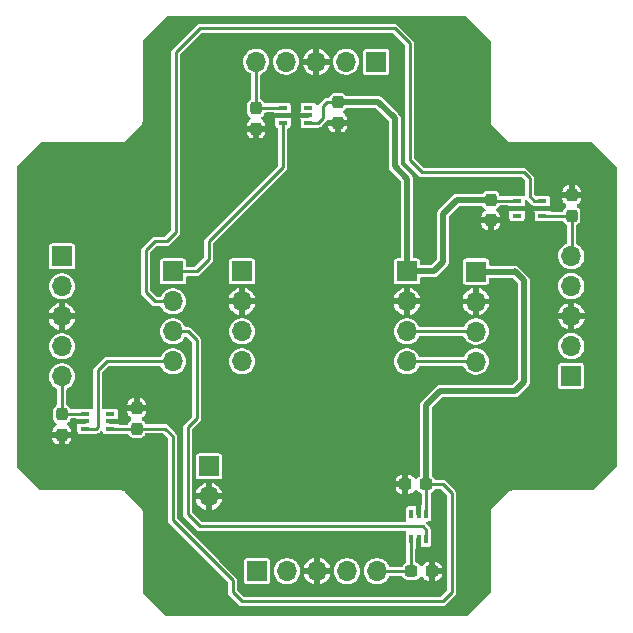
<source format=gbr>
%TF.GenerationSoftware,KiCad,Pcbnew,8.0.3-8.0.3-0~ubuntu22.04.1*%
%TF.CreationDate,2024-07-23T11:48:16+02:00*%
%TF.ProjectId,I2c_multi,4932635f-6d75-46c7-9469-2e6b69636164,rev?*%
%TF.SameCoordinates,Original*%
%TF.FileFunction,Copper,L1,Top*%
%TF.FilePolarity,Positive*%
%FSLAX46Y46*%
G04 Gerber Fmt 4.6, Leading zero omitted, Abs format (unit mm)*
G04 Created by KiCad (PCBNEW 8.0.3-8.0.3-0~ubuntu22.04.1) date 2024-07-23 11:48:16*
%MOMM*%
%LPD*%
G01*
G04 APERTURE LIST*
G04 Aperture macros list*
%AMRoundRect*
0 Rectangle with rounded corners*
0 $1 Rounding radius*
0 $2 $3 $4 $5 $6 $7 $8 $9 X,Y pos of 4 corners*
0 Add a 4 corners polygon primitive as box body*
4,1,4,$2,$3,$4,$5,$6,$7,$8,$9,$2,$3,0*
0 Add four circle primitives for the rounded corners*
1,1,$1+$1,$2,$3*
1,1,$1+$1,$4,$5*
1,1,$1+$1,$6,$7*
1,1,$1+$1,$8,$9*
0 Add four rect primitives between the rounded corners*
20,1,$1+$1,$2,$3,$4,$5,0*
20,1,$1+$1,$4,$5,$6,$7,0*
20,1,$1+$1,$6,$7,$8,$9,0*
20,1,$1+$1,$8,$9,$2,$3,0*%
G04 Aperture macros list end*
%TA.AperFunction,SMDPad,CuDef*%
%ADD10RoundRect,0.237500X-0.237500X0.300000X-0.237500X-0.300000X0.237500X-0.300000X0.237500X0.300000X0*%
%TD*%
%TA.AperFunction,SMDPad,CuDef*%
%ADD11R,0.787400X0.355600*%
%TD*%
%TA.AperFunction,ComponentPad*%
%ADD12R,1.700000X1.700000*%
%TD*%
%TA.AperFunction,ComponentPad*%
%ADD13O,1.700000X1.700000*%
%TD*%
%TA.AperFunction,SMDPad,CuDef*%
%ADD14RoundRect,0.237500X0.300000X0.237500X-0.300000X0.237500X-0.300000X-0.237500X0.300000X-0.237500X0*%
%TD*%
%TA.AperFunction,SMDPad,CuDef*%
%ADD15RoundRect,0.237500X0.237500X-0.300000X0.237500X0.300000X-0.237500X0.300000X-0.237500X-0.300000X0*%
%TD*%
%TA.AperFunction,SMDPad,CuDef*%
%ADD16R,0.355600X0.787400*%
%TD*%
%TA.AperFunction,Conductor*%
%ADD17C,0.508000*%
%TD*%
%TA.AperFunction,Conductor*%
%ADD18C,0.254000*%
%TD*%
G04 APERTURE END LIST*
D10*
%TO.P,C8,1*%
%TO.N,Net-(J4_EZO_CO1-Pin_5)*%
X172669200Y-45873500D03*
%TO.P,C8,2*%
%TO.N,GND*%
X172669200Y-47598500D03*
%TD*%
D11*
%TO.P,U2,1,OUT*%
%TO.N,Net-(J4_EZO_CO1-Pin_5)*%
X174955200Y-45832014D03*
%TO.P,U2,2,GND*%
%TO.N,GND*%
X174955200Y-46482000D03*
%TO.P,U2,3,EN*%
%TO.N,D1*%
X174955200Y-47131986D03*
%TO.P,U2,4,IN*%
%TO.N,3.3*%
X177088800Y-47131986D03*
%TO.P,U2,5,GND*%
%TO.N,GND*%
X177088800Y-46482000D03*
%TO.P,U2,6,N/C*%
%TO.N,unconnected-(U2-N{slash}C-Pad6)*%
X177088800Y-45832014D03*
%TD*%
D10*
%TO.P,C7,1*%
%TO.N,GND*%
X199390000Y-53239500D03*
%TO.P,C7,2*%
%TO.N,Net-(J3_EZO_ORP1-Pin_5)*%
X199390000Y-54964500D03*
%TD*%
D11*
%TO.P,U3,1,OUT*%
%TO.N,Net-(J3_EZO_ORP1-Pin_5)*%
X196900800Y-55005986D03*
%TO.P,U3,2,GND*%
%TO.N,GND*%
X196900800Y-54356000D03*
%TO.P,U3,3,EN*%
%TO.N,D2*%
X196900800Y-53706014D03*
%TO.P,U3,4,IN*%
%TO.N,3.3*%
X194767200Y-53706014D03*
%TO.P,U3,5,GND*%
%TO.N,GND*%
X194767200Y-54356000D03*
%TO.P,U3,6,N/C*%
%TO.N,unconnected-(U3-N{slash}C-Pad6)*%
X194767200Y-55005986D03*
%TD*%
D12*
%TO.P,J3_EZO_ORP1,1,Pin_1*%
%TO.N,SC1*%
X199365000Y-68550000D03*
D13*
%TO.P,J3_EZO_ORP1,2,Pin_2*%
%TO.N,SD1*%
X199365000Y-66010000D03*
%TO.P,J3_EZO_ORP1,3,Pin_3*%
%TO.N,GND*%
X199365000Y-63470000D03*
%TO.P,J3_EZO_ORP1,4,Pin_4*%
%TO.N,unconnected-(J3_EZO_ORP1-Pin_4-Pad4)*%
X199365000Y-60930000D03*
%TO.P,J3_EZO_ORP1,5,Pin_5*%
%TO.N,Net-(J3_EZO_ORP1-Pin_5)*%
X199365000Y-58390000D03*
%TD*%
D14*
%TO.P,C6,1*%
%TO.N,GND*%
X187552500Y-85090000D03*
%TO.P,C6,2*%
%TO.N,Net-(J2_EZO_Ph1-Pin_5)*%
X185827500Y-85090000D03*
%TD*%
D15*
%TO.P,C1,1*%
%TO.N,GND*%
X179578000Y-47090500D03*
%TO.P,C1,2*%
%TO.N,3.3*%
X179578000Y-45365500D03*
%TD*%
D12*
%TO.P,J5_Feather2,1,Pin_1*%
%TO.N,unconnected-(J5_Feather2-Pin_1-Pad1)*%
X171475000Y-59690000D03*
D13*
%TO.P,J5_Feather2,2,Pin_2*%
%TO.N,GND*%
X171475000Y-62230000D03*
%TO.P,J5_Feather2,3,Pin_3*%
%TO.N,SDA*%
X171475000Y-64770000D03*
%TO.P,J5_Feather2,4,Pin_4*%
%TO.N,SCL*%
X171475000Y-67310000D03*
%TD*%
D12*
%TO.P,J4_EZO_CO1,1,Pin_1*%
%TO.N,SC1*%
X182850000Y-41935000D03*
D13*
%TO.P,J4_EZO_CO1,2,Pin_2*%
%TO.N,SD1*%
X180310000Y-41935000D03*
%TO.P,J4_EZO_CO1,3,Pin_3*%
%TO.N,GND*%
X177770000Y-41935000D03*
%TO.P,J4_EZO_CO1,4,Pin_4*%
%TO.N,unconnected-(J4_EZO_CO1-Pin_4-Pad4)*%
X175230000Y-41935000D03*
%TO.P,J4_EZO_CO1,5,Pin_5*%
%TO.N,Net-(J4_EZO_CO1-Pin_5)*%
X172690000Y-41935000D03*
%TD*%
D10*
%TO.P,C2,1*%
%TO.N,3.3*%
X192532000Y-53635486D03*
%TO.P,C2,2*%
%TO.N,GND*%
X192532000Y-55360486D03*
%TD*%
D16*
%TO.P,U4,1,OUT*%
%TO.N,Net-(J2_EZO_Ph1-Pin_5)*%
X185786014Y-82346800D03*
%TO.P,U4,2,GND*%
%TO.N,GND*%
X186436000Y-82346800D03*
%TO.P,U4,3,EN*%
%TO.N,D3*%
X187085986Y-82346800D03*
%TO.P,U4,4,IN*%
%TO.N,3.3*%
X187085986Y-80213200D03*
%TO.P,U4,5,GND*%
%TO.N,GND*%
X186436000Y-80213200D03*
%TO.P,U4,6,N/C*%
%TO.N,unconnected-(U4-N{slash}C-Pad6)*%
X185786014Y-80213200D03*
%TD*%
D12*
%TO.P,J1_EZO_DO1,1,Pin_1*%
%TO.N,SC1*%
X156235000Y-58420000D03*
D13*
%TO.P,J1_EZO_DO1,2,Pin_2*%
%TO.N,SD1*%
X156235000Y-60960000D03*
%TO.P,J1_EZO_DO1,3,Pin_3*%
%TO.N,GND*%
X156235000Y-63500000D03*
%TO.P,J1_EZO_DO1,4,Pin_4*%
%TO.N,unconnected-(J1_EZO_DO1-Pin_4-Pad4)*%
X156235000Y-66040000D03*
%TO.P,J1_EZO_DO1,5,Pin_5*%
%TO.N,Net-(J1_EZO_DO1-Pin_5)*%
X156235000Y-68580000D03*
%TD*%
D12*
%TO.P,J6_PWR1,1,Pin_1*%
%TO.N,Net-(J6_PWR1-Pin_1)*%
X168681000Y-76200000D03*
D13*
%TO.P,J6_PWR1,2,Pin_2*%
%TO.N,GND*%
X168681000Y-78740000D03*
%TD*%
D12*
%TO.P,J2_EZO_Ph1,1,Pin_1*%
%TO.N,SC1*%
X172750000Y-85065000D03*
D13*
%TO.P,J2_EZO_Ph1,2,Pin_2*%
%TO.N,SD1*%
X175290000Y-85065000D03*
%TO.P,J2_EZO_Ph1,3,Pin_3*%
%TO.N,GND*%
X177830000Y-85065000D03*
%TO.P,J2_EZO_Ph1,4,Pin_4*%
%TO.N,unconnected-(J2_EZO_Ph1-Pin_4-Pad4)*%
X180370000Y-85065000D03*
%TO.P,J2_EZO_Ph1,5,Pin_5*%
%TO.N,Net-(J2_EZO_Ph1-Pin_5)*%
X182910000Y-85065000D03*
%TD*%
D14*
%TO.P,C3,1*%
%TO.N,3.3*%
X187044500Y-77724000D03*
%TO.P,C3,2*%
%TO.N,GND*%
X185319500Y-77724000D03*
%TD*%
D11*
%TO.P,U5,1,OUT*%
%TO.N,Net-(J1_EZO_DO1-Pin_5)*%
X158191200Y-71740014D03*
%TO.P,U5,2,GND*%
%TO.N,GND*%
X158191200Y-72390000D03*
%TO.P,U5,3,EN*%
%TO.N,D4*%
X158191200Y-73039986D03*
%TO.P,U5,4,IN*%
%TO.N,3.3*%
X160324800Y-73039986D03*
%TO.P,U5,5,GND*%
%TO.N,GND*%
X160324800Y-72390000D03*
%TO.P,U5,6,N/C*%
%TO.N,unconnected-(U5-N{slash}C-Pad6)*%
X160324800Y-71740014D03*
%TD*%
D15*
%TO.P,C5,1*%
%TO.N,GND*%
X156210000Y-73506500D03*
%TO.P,C5,2*%
%TO.N,Net-(J1_EZO_DO1-Pin_5)*%
X156210000Y-71781500D03*
%TD*%
D12*
%TO.P,J7_Temp1,1,Pin_1*%
%TO.N,3.3*%
X185445000Y-59690000D03*
D13*
%TO.P,J7_Temp1,2,Pin_2*%
%TO.N,GND*%
X185445000Y-62230000D03*
%TO.P,J7_Temp1,3,Pin_3*%
%TO.N,SD0*%
X185445000Y-64770000D03*
%TO.P,J7_Temp1,4,Pin_4*%
%TO.N,SC0*%
X185445000Y-67310000D03*
%TD*%
D12*
%TO.P,J5_Feather1,1,Pin_1*%
%TO.N,D1*%
X165633000Y-59690000D03*
D13*
%TO.P,J5_Feather1,2,Pin_2*%
%TO.N,D2*%
X165633000Y-62230000D03*
%TO.P,J5_Feather1,3,Pin_3*%
%TO.N,D3*%
X165633000Y-64770000D03*
%TO.P,J5_Feather1,4,Pin_4*%
%TO.N,D4*%
X165633000Y-67310000D03*
%TD*%
D12*
%TO.P,J8_Pres1,1,Pin_1*%
%TO.N,3.3*%
X191287000Y-59700000D03*
D13*
%TO.P,J8_Pres1,2,Pin_2*%
%TO.N,GND*%
X191287000Y-62240000D03*
%TO.P,J8_Pres1,3,Pin_3*%
%TO.N,SD0*%
X191287000Y-64780000D03*
%TO.P,J8_Pres1,4,Pin_4*%
%TO.N,SC0*%
X191287000Y-67320000D03*
%TD*%
D15*
%TO.P,C4,1*%
%TO.N,3.3*%
X162560000Y-72998500D03*
%TO.P,C4,2*%
%TO.N,GND*%
X162560000Y-71273500D03*
%TD*%
D17*
%TO.N,3.3*%
X183033500Y-45365500D02*
X179578000Y-45365500D01*
D18*
X189230000Y-78486000D02*
X189230000Y-86868000D01*
X178662500Y-45365500D02*
X179578000Y-45365500D01*
X189230000Y-86868000D02*
X188468000Y-87630000D01*
D17*
X194564000Y-69850000D02*
X188214000Y-69850000D01*
D18*
X178308000Y-45720000D02*
X178662500Y-45365500D01*
X192602528Y-53706014D02*
X192532000Y-53635486D01*
X165608000Y-73660000D02*
X164946500Y-72998500D01*
X188468000Y-87630000D02*
X171450000Y-87630000D01*
D17*
X187706000Y-59690000D02*
X188468000Y-58928000D01*
X187044500Y-71019500D02*
X187044500Y-77724000D01*
X184404000Y-46736000D02*
X183033500Y-45365500D01*
X195326000Y-69088000D02*
X194564000Y-69850000D01*
X194564000Y-59690000D02*
X195326000Y-60452000D01*
X195326000Y-60452000D02*
X195326000Y-69088000D01*
D18*
X177088800Y-47131986D02*
X177912014Y-47131986D01*
D17*
X185445000Y-51841000D02*
X184404000Y-50800000D01*
D18*
X170688000Y-86868000D02*
X170688000Y-85852000D01*
X171450000Y-87630000D02*
X170688000Y-86868000D01*
X188468000Y-77724000D02*
X189230000Y-78486000D01*
X194767200Y-53706014D02*
X192602528Y-53706014D01*
X187044500Y-77724000D02*
X188468000Y-77724000D01*
D17*
X188468000Y-54864000D02*
X189696514Y-53635486D01*
X184404000Y-50800000D02*
X184404000Y-46736000D01*
D18*
X187085986Y-77765486D02*
X187044500Y-77724000D01*
X187085986Y-80213200D02*
X187085986Y-77765486D01*
D17*
X185445000Y-59690000D02*
X187706000Y-59690000D01*
X188214000Y-69850000D02*
X187044500Y-71019500D01*
X185445000Y-59690000D02*
X185445000Y-51841000D01*
X188468000Y-58928000D02*
X188468000Y-54864000D01*
X189696514Y-53635486D02*
X192532000Y-53635486D01*
D18*
X170688000Y-85852000D02*
X165608000Y-80772000D01*
X177912014Y-47131986D02*
X178308000Y-46736000D01*
X165608000Y-80772000D02*
X165608000Y-73660000D01*
X160324800Y-73039986D02*
X162518514Y-73039986D01*
X162518514Y-73039986D02*
X162560000Y-72998500D01*
D17*
X194554000Y-59700000D02*
X194564000Y-59690000D01*
X191287000Y-59700000D02*
X194554000Y-59700000D01*
D18*
X178308000Y-46736000D02*
X178308000Y-45720000D01*
X164946500Y-72998500D02*
X162560000Y-72998500D01*
%TO.N,Net-(J1_EZO_DO1-Pin_5)*%
X156235000Y-68580000D02*
X156235000Y-71756500D01*
X156235000Y-71756500D02*
X156210000Y-71781500D01*
X158191200Y-71740014D02*
X156251486Y-71740014D01*
X156251486Y-71740014D02*
X156210000Y-71781500D01*
%TO.N,Net-(J2_EZO_Ph1-Pin_5)*%
X182935000Y-85090000D02*
X182910000Y-85065000D01*
X185786014Y-85048514D02*
X185827500Y-85090000D01*
X185827500Y-85090000D02*
X182935000Y-85090000D01*
X185786014Y-82346800D02*
X185786014Y-85048514D01*
%TO.N,Net-(J3_EZO_ORP1-Pin_5)*%
X199348514Y-55005986D02*
X199390000Y-54964500D01*
X199390000Y-58365000D02*
X199365000Y-58390000D01*
X199390000Y-54964500D02*
X199390000Y-58365000D01*
X196900800Y-55005986D02*
X199348514Y-55005986D01*
%TO.N,Net-(J4_EZO_CO1-Pin_5)*%
X172669200Y-41955800D02*
X172690000Y-41935000D01*
X174955200Y-45832014D02*
X172710686Y-45832014D01*
X172710686Y-45832014D02*
X172669200Y-45873500D01*
X172669200Y-45873500D02*
X172669200Y-41955800D01*
%TO.N,D3*%
X187085986Y-81571286D02*
X187085986Y-82346800D01*
X167894000Y-81280000D02*
X186794700Y-81280000D01*
X166878000Y-64770000D02*
X167640000Y-65532000D01*
X166878000Y-72898000D02*
X166878000Y-80264000D01*
X186794700Y-81280000D02*
X187085986Y-81571286D01*
X166878000Y-80264000D02*
X167894000Y-81280000D01*
X165633000Y-64770000D02*
X166878000Y-64770000D01*
X167640000Y-72136000D02*
X166878000Y-72898000D01*
X167640000Y-65532000D02*
X167640000Y-72136000D01*
%TO.N,D4*%
X159116014Y-73039986D02*
X159258000Y-72898000D01*
X158191200Y-73039986D02*
X159116014Y-73039986D01*
X160020000Y-67310000D02*
X165633000Y-67310000D01*
X159258000Y-72898000D02*
X159258000Y-68072000D01*
X159258000Y-68072000D02*
X160020000Y-67310000D01*
%TO.N,D2*%
X165862000Y-56388000D02*
X165862000Y-41148000D01*
X163322000Y-61468000D02*
X163322000Y-57912000D01*
X186690000Y-51308000D02*
X195326000Y-51308000D01*
X165100000Y-57150000D02*
X165862000Y-56388000D01*
X163322000Y-61468000D02*
X164084000Y-62230000D01*
X195834000Y-53340000D02*
X196200014Y-53706014D01*
X163322000Y-57912000D02*
X164084000Y-57150000D01*
X184404000Y-39116000D02*
X185674000Y-40386000D01*
X164084000Y-57150000D02*
X165100000Y-57150000D01*
X167894000Y-39116000D02*
X184404000Y-39116000D01*
X164084000Y-62230000D02*
X165633000Y-62230000D01*
X196200014Y-53706014D02*
X196900800Y-53706014D01*
X185674000Y-40386000D02*
X185674000Y-50292000D01*
X165862000Y-41148000D02*
X167894000Y-39116000D01*
X195326000Y-51308000D02*
X195834000Y-51816000D01*
X195834000Y-51816000D02*
X195834000Y-53340000D01*
X185674000Y-50292000D02*
X186690000Y-51308000D01*
%TO.N,D1*%
X167640000Y-59690000D02*
X168656000Y-58674000D01*
X174955200Y-50850800D02*
X174955200Y-47131986D01*
X168656000Y-57150000D02*
X174955200Y-50850800D01*
X168656000Y-58674000D02*
X168656000Y-57150000D01*
X165633000Y-59690000D02*
X167640000Y-59690000D01*
%TO.N,SC0*%
X185445000Y-67310000D02*
X191277000Y-67310000D01*
X191277000Y-67310000D02*
X191287000Y-67320000D01*
%TO.N,SD0*%
X185445000Y-64770000D02*
X191277000Y-64770000D01*
X191277000Y-64770000D02*
X191287000Y-64780000D01*
%TD*%
%TA.AperFunction,Conductor*%
%TO.N,GND*%
G36*
X190515677Y-38119685D02*
G01*
X190536319Y-38136319D01*
X192495681Y-40095681D01*
X192529166Y-40157004D01*
X192532000Y-40183362D01*
X192532000Y-46995065D01*
X192539500Y-47032771D01*
X192539500Y-47055892D01*
X192539501Y-47055894D01*
X192573608Y-47183187D01*
X192606554Y-47240250D01*
X192639500Y-47297314D01*
X192639501Y-47297315D01*
X192639502Y-47297316D01*
X193905159Y-48562972D01*
X193905169Y-48562983D01*
X193909499Y-48567313D01*
X193909500Y-48567314D01*
X194002686Y-48660500D01*
X194116814Y-48726392D01*
X194244107Y-48760500D01*
X194244108Y-48760500D01*
X194267229Y-48760500D01*
X194304935Y-48768000D01*
X194310000Y-48768000D01*
X201116638Y-48768000D01*
X201183677Y-48787685D01*
X201204319Y-48804319D01*
X203163681Y-50763681D01*
X203197166Y-50825004D01*
X203200000Y-50851362D01*
X203200000Y-76148638D01*
X203180315Y-76215677D01*
X203163681Y-76236319D01*
X201204319Y-78195681D01*
X201142996Y-78229166D01*
X201116638Y-78232000D01*
X194304935Y-78232000D01*
X194267229Y-78239500D01*
X194244107Y-78239500D01*
X194116812Y-78273608D01*
X194002686Y-78339500D01*
X194002683Y-78339502D01*
X193909498Y-78432688D01*
X192715245Y-79626940D01*
X192715244Y-79626940D01*
X192715245Y-79626941D01*
X192639500Y-79702686D01*
X192573608Y-79816812D01*
X192539500Y-79944108D01*
X192539500Y-79967228D01*
X192532000Y-80004932D01*
X192532000Y-86816638D01*
X192512315Y-86883677D01*
X192495681Y-86904319D01*
X190536319Y-88863681D01*
X190474996Y-88897166D01*
X190448638Y-88900000D01*
X165151362Y-88900000D01*
X165084323Y-88880315D01*
X165063681Y-88863681D01*
X163104319Y-86904319D01*
X163070834Y-86842996D01*
X163068000Y-86816638D01*
X163068000Y-80004932D01*
X163060500Y-79967228D01*
X163060500Y-79944110D01*
X163060500Y-79944108D01*
X163026392Y-79816814D01*
X162960500Y-79702686D01*
X162867314Y-79609500D01*
X162867313Y-79609499D01*
X162862983Y-79605169D01*
X162862972Y-79605159D01*
X161597316Y-78339502D01*
X161597315Y-78339501D01*
X161597314Y-78339500D01*
X161540250Y-78306554D01*
X161483187Y-78273608D01*
X161401610Y-78251750D01*
X161355892Y-78239500D01*
X161355891Y-78239500D01*
X161332771Y-78239500D01*
X161295065Y-78232000D01*
X161290000Y-78232000D01*
X154483362Y-78232000D01*
X154416323Y-78212315D01*
X154395681Y-78195681D01*
X152436319Y-76236319D01*
X152402834Y-76174996D01*
X152400000Y-76148638D01*
X152400000Y-73848571D01*
X155435000Y-73848571D01*
X155445373Y-73934958D01*
X155499576Y-74072407D01*
X155499579Y-74072413D01*
X155588856Y-74190143D01*
X155706586Y-74279420D01*
X155706592Y-74279423D01*
X155844041Y-74333626D01*
X155930428Y-74344000D01*
X155960000Y-74344000D01*
X156460000Y-74344000D01*
X156489572Y-74344000D01*
X156575958Y-74333626D01*
X156713407Y-74279423D01*
X156713413Y-74279420D01*
X156831143Y-74190143D01*
X156920420Y-74072413D01*
X156920423Y-74072407D01*
X156974626Y-73934958D01*
X156985000Y-73848571D01*
X156985000Y-73756500D01*
X156460000Y-73756500D01*
X156460000Y-74344000D01*
X155960000Y-74344000D01*
X155960000Y-73756500D01*
X155435000Y-73756500D01*
X155435000Y-73848571D01*
X152400000Y-73848571D01*
X152400000Y-68579999D01*
X155125768Y-68579999D01*
X155125768Y-68580000D01*
X155144654Y-68783816D01*
X155144654Y-68783818D01*
X155144655Y-68783821D01*
X155175733Y-68893049D01*
X155200673Y-68980704D01*
X155291912Y-69163935D01*
X155415269Y-69327287D01*
X155566537Y-69465185D01*
X155566539Y-69465187D01*
X155740569Y-69572942D01*
X155740581Y-69572948D01*
X155774292Y-69586007D01*
X155829694Y-69628579D01*
X155853286Y-69694345D01*
X155853500Y-69701634D01*
X155853500Y-70914682D01*
X155833815Y-70981721D01*
X155781011Y-71027476D01*
X155772835Y-71030863D01*
X155734287Y-71045241D01*
X155734280Y-71045244D01*
X155621026Y-71130025D01*
X155536244Y-71243281D01*
X155536241Y-71243288D01*
X155486800Y-71375839D01*
X155486800Y-71375841D01*
X155480500Y-71434426D01*
X155480500Y-72128553D01*
X155480501Y-72128562D01*
X155486800Y-72187159D01*
X155536239Y-72319709D01*
X155536241Y-72319713D01*
X155536242Y-72319715D01*
X155621026Y-72432974D01*
X155657514Y-72460288D01*
X155735721Y-72518833D01*
X155777593Y-72574766D01*
X155782577Y-72644458D01*
X155749093Y-72705781D01*
X155713730Y-72728976D01*
X155713981Y-72729422D01*
X155707475Y-72733079D01*
X155706908Y-72733452D01*
X155706591Y-72733577D01*
X155706586Y-72733579D01*
X155588856Y-72822856D01*
X155499579Y-72940586D01*
X155499576Y-72940592D01*
X155445373Y-73078041D01*
X155435000Y-73164428D01*
X155435000Y-73256500D01*
X156985000Y-73256500D01*
X156985000Y-73164428D01*
X156974626Y-73078041D01*
X156920423Y-72940592D01*
X156920420Y-72940586D01*
X156831143Y-72822856D01*
X156713413Y-72733579D01*
X156713411Y-72733578D01*
X156713096Y-72733454D01*
X156712850Y-72733263D01*
X156706019Y-72729422D01*
X156706595Y-72728396D01*
X156657953Y-72690547D01*
X156634761Y-72624639D01*
X156650883Y-72556655D01*
X156684278Y-72518832D01*
X156685710Y-72517759D01*
X156685715Y-72517758D01*
X156798974Y-72432974D01*
X156883758Y-72319715D01*
X156905596Y-72261166D01*
X156927598Y-72202179D01*
X156969470Y-72146246D01*
X157034934Y-72121830D01*
X157043779Y-72121514D01*
X157373500Y-72121514D01*
X157440539Y-72141199D01*
X157486294Y-72194003D01*
X157488237Y-72202937D01*
X157497500Y-72212200D01*
X158245000Y-72212200D01*
X158312039Y-72231885D01*
X158357794Y-72284689D01*
X158369000Y-72336200D01*
X158369000Y-72443800D01*
X158349315Y-72510839D01*
X158296511Y-72556594D01*
X158245000Y-72567800D01*
X157497501Y-72567800D01*
X157497501Y-72612585D01*
X157497502Y-72612608D01*
X157500408Y-72637669D01*
X157500410Y-72637675D01*
X157541295Y-72730275D01*
X157550365Y-72799553D01*
X157549478Y-72804548D01*
X157543000Y-72837118D01*
X157543000Y-73242849D01*
X157557766Y-73317087D01*
X157614015Y-73401270D01*
X157636538Y-73416319D01*
X157698199Y-73457520D01*
X157698202Y-73457520D01*
X157698203Y-73457521D01*
X157714010Y-73460665D01*
X157772433Y-73472286D01*
X158609966Y-73472285D01*
X158684201Y-73457520D01*
X158706853Y-73442383D01*
X158773531Y-73421506D01*
X158775744Y-73421486D01*
X159166236Y-73421486D01*
X159166239Y-73421486D01*
X159263268Y-73395487D01*
X159350261Y-73345262D01*
X159421290Y-73274233D01*
X159421290Y-73274232D01*
X159474803Y-73220717D01*
X159474807Y-73220715D01*
X159475335Y-73220187D01*
X159536630Y-73186651D01*
X159539585Y-73186859D01*
X159562485Y-73184398D01*
X159562487Y-73184398D01*
X159562487Y-73188478D01*
X159606326Y-73191577D01*
X159662294Y-73233402D01*
X159684707Y-73283605D01*
X159691366Y-73317087D01*
X159747615Y-73401270D01*
X159770138Y-73416319D01*
X159831799Y-73457520D01*
X159831802Y-73457520D01*
X159831803Y-73457521D01*
X159847610Y-73460665D01*
X159906033Y-73472286D01*
X160743566Y-73472285D01*
X160817801Y-73457520D01*
X160840453Y-73442383D01*
X160907131Y-73421506D01*
X160909344Y-73421486D01*
X161757169Y-73421486D01*
X161824208Y-73441171D01*
X161869963Y-73493975D01*
X161873350Y-73502151D01*
X161877301Y-73512745D01*
X161886243Y-73536717D01*
X161940935Y-73609777D01*
X161971026Y-73649974D01*
X162084285Y-73734758D01*
X162216843Y-73784200D01*
X162275443Y-73790500D01*
X162844556Y-73790499D01*
X162903157Y-73784200D01*
X163035715Y-73734758D01*
X163148974Y-73649974D01*
X163233758Y-73536715D01*
X163257789Y-73472286D01*
X163262124Y-73460665D01*
X163303996Y-73404732D01*
X163369460Y-73380316D01*
X163378305Y-73380000D01*
X164737115Y-73380000D01*
X164804154Y-73399685D01*
X164824796Y-73416319D01*
X165190181Y-73781703D01*
X165223666Y-73843026D01*
X165226500Y-73869384D01*
X165226500Y-80822225D01*
X165243624Y-80886132D01*
X165252499Y-80919254D01*
X165302723Y-81006245D01*
X165302725Y-81006248D01*
X170270181Y-85973704D01*
X170303666Y-86035027D01*
X170306500Y-86061385D01*
X170306500Y-86918225D01*
X170325999Y-86990996D01*
X170332499Y-87015255D01*
X170332500Y-87015256D01*
X170356085Y-87056106D01*
X170356086Y-87056109D01*
X170382719Y-87102240D01*
X170382723Y-87102245D01*
X170382724Y-87102247D01*
X171215753Y-87935276D01*
X171302747Y-87985502D01*
X171399775Y-88011501D01*
X171399778Y-88011501D01*
X171507821Y-88011501D01*
X171507837Y-88011500D01*
X188518222Y-88011500D01*
X188518225Y-88011500D01*
X188615254Y-87985501D01*
X188702247Y-87935276D01*
X188773276Y-87864247D01*
X189535276Y-87102247D01*
X189585502Y-87015253D01*
X189611501Y-86918225D01*
X189611501Y-86817775D01*
X189611501Y-86810180D01*
X189611500Y-86810162D01*
X189611500Y-78546227D01*
X189611501Y-78546214D01*
X189611501Y-78435777D01*
X189611501Y-78435775D01*
X189585502Y-78338747D01*
X189535276Y-78251753D01*
X189245451Y-77961928D01*
X188702251Y-77418727D01*
X188702250Y-77418726D01*
X188702247Y-77418724D01*
X188687110Y-77409985D01*
X188651182Y-77389242D01*
X188615256Y-77368500D01*
X188615255Y-77368499D01*
X188576224Y-77358041D01*
X188518225Y-77342500D01*
X188518222Y-77342500D01*
X187901993Y-77342500D01*
X187834954Y-77322815D01*
X187789199Y-77270011D01*
X187785812Y-77261835D01*
X187780757Y-77248283D01*
X187780756Y-77248282D01*
X187695975Y-77135027D01*
X187602689Y-77065194D01*
X187560818Y-77009260D01*
X187553000Y-76965927D01*
X187553000Y-71281489D01*
X187572685Y-71214450D01*
X187589319Y-71193808D01*
X188388308Y-70394819D01*
X188449631Y-70361334D01*
X188475989Y-70358500D01*
X194630943Y-70358500D01*
X194630945Y-70358500D01*
X194760274Y-70323847D01*
X194876227Y-70256901D01*
X195732901Y-69400226D01*
X195799847Y-69284274D01*
X195834500Y-69154945D01*
X195834500Y-69021054D01*
X195834500Y-67674928D01*
X198260500Y-67674928D01*
X198260500Y-69425063D01*
X198275266Y-69499301D01*
X198331515Y-69583484D01*
X198365234Y-69606014D01*
X198415699Y-69639734D01*
X198415702Y-69639734D01*
X198415703Y-69639735D01*
X198440666Y-69644700D01*
X198489933Y-69654500D01*
X200240066Y-69654499D01*
X200314301Y-69639734D01*
X200398484Y-69583484D01*
X200454734Y-69499301D01*
X200469500Y-69425067D01*
X200469499Y-67674934D01*
X200454734Y-67600699D01*
X200436068Y-67572765D01*
X200398484Y-67516515D01*
X200337100Y-67475500D01*
X200314301Y-67460266D01*
X200314299Y-67460265D01*
X200314296Y-67460264D01*
X200240069Y-67445500D01*
X198489936Y-67445500D01*
X198415698Y-67460266D01*
X198331515Y-67516515D01*
X198275266Y-67600699D01*
X198275264Y-67600703D01*
X198260500Y-67674928D01*
X195834500Y-67674928D01*
X195834500Y-66009999D01*
X198255768Y-66009999D01*
X198255768Y-66010000D01*
X198274654Y-66213816D01*
X198274654Y-66213818D01*
X198274655Y-66213821D01*
X198330672Y-66410701D01*
X198330673Y-66410704D01*
X198421912Y-66593935D01*
X198545269Y-66757287D01*
X198696537Y-66895185D01*
X198696539Y-66895187D01*
X198870569Y-67002942D01*
X198870575Y-67002945D01*
X198911010Y-67018609D01*
X199061444Y-67076888D01*
X199262653Y-67114500D01*
X199262656Y-67114500D01*
X199467344Y-67114500D01*
X199467347Y-67114500D01*
X199668556Y-67076888D01*
X199859427Y-67002944D01*
X200033462Y-66895186D01*
X200184732Y-66757285D01*
X200308088Y-66593935D01*
X200399328Y-66410701D01*
X200455345Y-66213821D01*
X200474232Y-66010000D01*
X200455345Y-65806179D01*
X200399328Y-65609299D01*
X200308088Y-65426065D01*
X200248904Y-65347693D01*
X200184730Y-65262712D01*
X200033462Y-65124814D01*
X200033460Y-65124812D01*
X199859430Y-65017057D01*
X199859424Y-65017054D01*
X199708993Y-64958777D01*
X199668556Y-64943112D01*
X199467347Y-64905500D01*
X199262653Y-64905500D01*
X199061444Y-64943112D01*
X199061441Y-64943112D01*
X199061441Y-64943113D01*
X198870575Y-65017054D01*
X198870569Y-65017057D01*
X198696539Y-65124812D01*
X198696537Y-65124814D01*
X198545269Y-65262712D01*
X198421912Y-65426064D01*
X198330673Y-65609295D01*
X198274654Y-65806183D01*
X198255768Y-66009999D01*
X195834500Y-66009999D01*
X195834500Y-63219999D01*
X198240487Y-63219999D01*
X198240488Y-63220000D01*
X198931988Y-63220000D01*
X198899075Y-63277007D01*
X198865000Y-63404174D01*
X198865000Y-63535826D01*
X198899075Y-63662993D01*
X198931988Y-63720000D01*
X198240488Y-63720000D01*
X198288062Y-63887205D01*
X198288067Y-63887218D01*
X198383061Y-64077991D01*
X198511500Y-64248071D01*
X198669000Y-64391651D01*
X198669002Y-64391653D01*
X198850201Y-64503846D01*
X198850207Y-64503849D01*
X199048941Y-64580838D01*
X199115000Y-64593186D01*
X199115000Y-63903012D01*
X199172007Y-63935925D01*
X199299174Y-63970000D01*
X199430826Y-63970000D01*
X199557993Y-63935925D01*
X199615000Y-63903012D01*
X199615000Y-64593185D01*
X199681058Y-64580838D01*
X199879792Y-64503849D01*
X199879798Y-64503846D01*
X200060997Y-64391653D01*
X200060999Y-64391651D01*
X200218499Y-64248071D01*
X200346938Y-64077991D01*
X200441932Y-63887218D01*
X200441937Y-63887205D01*
X200489512Y-63720000D01*
X199798012Y-63720000D01*
X199830925Y-63662993D01*
X199865000Y-63535826D01*
X199865000Y-63404174D01*
X199830925Y-63277007D01*
X199798012Y-63220000D01*
X200489512Y-63220000D01*
X200489512Y-63219999D01*
X200441937Y-63052794D01*
X200441932Y-63052781D01*
X200346938Y-62862008D01*
X200218499Y-62691928D01*
X200060999Y-62548348D01*
X200060997Y-62548346D01*
X199879798Y-62436153D01*
X199879789Y-62436149D01*
X199681063Y-62359163D01*
X199681058Y-62359162D01*
X199615000Y-62346813D01*
X199615000Y-63036988D01*
X199557993Y-63004075D01*
X199430826Y-62970000D01*
X199299174Y-62970000D01*
X199172007Y-63004075D01*
X199115000Y-63036988D01*
X199115000Y-62346813D01*
X199048941Y-62359162D01*
X199048936Y-62359163D01*
X198850210Y-62436149D01*
X198850201Y-62436153D01*
X198669002Y-62548346D01*
X198669000Y-62548348D01*
X198511500Y-62691928D01*
X198383061Y-62862008D01*
X198288067Y-63052781D01*
X198288062Y-63052794D01*
X198240487Y-63219999D01*
X195834500Y-63219999D01*
X195834500Y-60929999D01*
X198255768Y-60929999D01*
X198255768Y-60930000D01*
X198274654Y-61133816D01*
X198274654Y-61133818D01*
X198274655Y-61133821D01*
X198324312Y-61308348D01*
X198330673Y-61330704D01*
X198421912Y-61513935D01*
X198545267Y-61677284D01*
X198545268Y-61677286D01*
X198696537Y-61815185D01*
X198696539Y-61815187D01*
X198870569Y-61922942D01*
X198870575Y-61922945D01*
X198870699Y-61922993D01*
X199061444Y-61996888D01*
X199262653Y-62034500D01*
X199262656Y-62034500D01*
X199467344Y-62034500D01*
X199467347Y-62034500D01*
X199668556Y-61996888D01*
X199859427Y-61922944D01*
X200033462Y-61815186D01*
X200184732Y-61677285D01*
X200308088Y-61513935D01*
X200399328Y-61330701D01*
X200455345Y-61133821D01*
X200474232Y-60930000D01*
X200455345Y-60726179D01*
X200399328Y-60529299D01*
X200308088Y-60346065D01*
X200184732Y-60182715D01*
X200184730Y-60182712D01*
X200033462Y-60044814D01*
X200033460Y-60044812D01*
X199859430Y-59937057D01*
X199859424Y-59937054D01*
X199708993Y-59878777D01*
X199668556Y-59863112D01*
X199467347Y-59825500D01*
X199262653Y-59825500D01*
X199061444Y-59863112D01*
X199061441Y-59863112D01*
X199061441Y-59863113D01*
X198870575Y-59937054D01*
X198870569Y-59937057D01*
X198696539Y-60044812D01*
X198696537Y-60044814D01*
X198545269Y-60182712D01*
X198421912Y-60346064D01*
X198330673Y-60529295D01*
X198274654Y-60726183D01*
X198255768Y-60929999D01*
X195834500Y-60929999D01*
X195834500Y-60385055D01*
X195799847Y-60255726D01*
X195732901Y-60139774D01*
X195638226Y-60045099D01*
X194876227Y-59283099D01*
X194801973Y-59240228D01*
X194760275Y-59216153D01*
X194668266Y-59191500D01*
X194630945Y-59181500D01*
X194497055Y-59181500D01*
X194475501Y-59187275D01*
X194443410Y-59191500D01*
X192515499Y-59191500D01*
X192448460Y-59171815D01*
X192402705Y-59119011D01*
X192391499Y-59067500D01*
X192391499Y-58824936D01*
X192391499Y-58824934D01*
X192376734Y-58750699D01*
X192354465Y-58717372D01*
X192320484Y-58666515D01*
X192270019Y-58632796D01*
X192236301Y-58610266D01*
X192236299Y-58610265D01*
X192236296Y-58610264D01*
X192162069Y-58595500D01*
X190411936Y-58595500D01*
X190337698Y-58610266D01*
X190253515Y-58666515D01*
X190197266Y-58750699D01*
X190197264Y-58750703D01*
X190182500Y-58824928D01*
X190182500Y-60575063D01*
X190197266Y-60649301D01*
X190253515Y-60733484D01*
X190287234Y-60756014D01*
X190337699Y-60789734D01*
X190337702Y-60789734D01*
X190337703Y-60789735D01*
X190361654Y-60794499D01*
X190411933Y-60804500D01*
X192162066Y-60804499D01*
X192236301Y-60789734D01*
X192320484Y-60733484D01*
X192376734Y-60649301D01*
X192391500Y-60575067D01*
X192391500Y-60332500D01*
X192411185Y-60265461D01*
X192463989Y-60219706D01*
X192515500Y-60208500D01*
X194312010Y-60208500D01*
X194379049Y-60228185D01*
X194399691Y-60244819D01*
X194781181Y-60626308D01*
X194814666Y-60687631D01*
X194817500Y-60713989D01*
X194817500Y-68826010D01*
X194797815Y-68893049D01*
X194781181Y-68913691D01*
X194389691Y-69305181D01*
X194328368Y-69338666D01*
X194302010Y-69341500D01*
X188147055Y-69341500D01*
X188017725Y-69376153D01*
X187901774Y-69443099D01*
X187901771Y-69443101D01*
X186637601Y-70707270D01*
X186637599Y-70707273D01*
X186570653Y-70823224D01*
X186536000Y-70952555D01*
X186536000Y-76965927D01*
X186516315Y-77032966D01*
X186486311Y-77065194D01*
X186393026Y-77135026D01*
X186307166Y-77249722D01*
X186251232Y-77291593D01*
X186181541Y-77296577D01*
X186120218Y-77263092D01*
X186097024Y-77227729D01*
X186096578Y-77227981D01*
X186092905Y-77221449D01*
X186092542Y-77220895D01*
X186092420Y-77220586D01*
X186003143Y-77102856D01*
X185885413Y-77013579D01*
X185885407Y-77013576D01*
X185747958Y-76959373D01*
X185661572Y-76949000D01*
X185569500Y-76949000D01*
X185569500Y-78499000D01*
X185661572Y-78499000D01*
X185747958Y-78488626D01*
X185885407Y-78434423D01*
X185885413Y-78434420D01*
X186003143Y-78345143D01*
X186092418Y-78227415D01*
X186092540Y-78227108D01*
X186092728Y-78226865D01*
X186096578Y-78220019D01*
X186097605Y-78220596D01*
X186135441Y-78171961D01*
X186201347Y-78148761D01*
X186269333Y-78164876D01*
X186307166Y-78198278D01*
X186347197Y-78251753D01*
X186393026Y-78312974D01*
X186506285Y-78397758D01*
X186623821Y-78441597D01*
X186679753Y-78483468D01*
X186704170Y-78548932D01*
X186704486Y-78557778D01*
X186704486Y-79395500D01*
X186684801Y-79462539D01*
X186631997Y-79508294D01*
X186623062Y-79510237D01*
X186613800Y-79519500D01*
X186613800Y-80267000D01*
X186594115Y-80334039D01*
X186541311Y-80379794D01*
X186489800Y-80391000D01*
X186382200Y-80391000D01*
X186315161Y-80371315D01*
X186269406Y-80318511D01*
X186258200Y-80267000D01*
X186258200Y-79519500D01*
X186213403Y-79519500D01*
X186188330Y-79522408D01*
X186188324Y-79522410D01*
X186095725Y-79563295D01*
X186026447Y-79572365D01*
X186021452Y-79571478D01*
X185988881Y-79565000D01*
X185583150Y-79565000D01*
X185508912Y-79579766D01*
X185424729Y-79636015D01*
X185368480Y-79720199D01*
X185368478Y-79720203D01*
X185353714Y-79794428D01*
X185353714Y-80631963D01*
X185368480Y-80706201D01*
X185373154Y-80717484D01*
X185371957Y-80717979D01*
X185388963Y-80772285D01*
X185370479Y-80839665D01*
X185318501Y-80886356D01*
X185264983Y-80898500D01*
X168103385Y-80898500D01*
X168036346Y-80878815D01*
X168015704Y-80862181D01*
X167295819Y-80142296D01*
X167262334Y-80080973D01*
X167259500Y-80054615D01*
X167259500Y-78489999D01*
X167556487Y-78489999D01*
X167556488Y-78490000D01*
X168247988Y-78490000D01*
X168215075Y-78547007D01*
X168181000Y-78674174D01*
X168181000Y-78805826D01*
X168215075Y-78932993D01*
X168247988Y-78990000D01*
X167556488Y-78990000D01*
X167604062Y-79157205D01*
X167604067Y-79157218D01*
X167699061Y-79347991D01*
X167827500Y-79518071D01*
X167985000Y-79661651D01*
X167985002Y-79661653D01*
X168166201Y-79773846D01*
X168166207Y-79773849D01*
X168364941Y-79850838D01*
X168431000Y-79863186D01*
X168431000Y-79173012D01*
X168488007Y-79205925D01*
X168615174Y-79240000D01*
X168746826Y-79240000D01*
X168873993Y-79205925D01*
X168931000Y-79173012D01*
X168931000Y-79863185D01*
X168997058Y-79850838D01*
X169195792Y-79773849D01*
X169195798Y-79773846D01*
X169376997Y-79661653D01*
X169376999Y-79661651D01*
X169534499Y-79518071D01*
X169662938Y-79347991D01*
X169757932Y-79157218D01*
X169757937Y-79157205D01*
X169805512Y-78990000D01*
X169114012Y-78990000D01*
X169146925Y-78932993D01*
X169181000Y-78805826D01*
X169181000Y-78674174D01*
X169146925Y-78547007D01*
X169114012Y-78490000D01*
X169805512Y-78490000D01*
X169805512Y-78489999D01*
X169757937Y-78322794D01*
X169757932Y-78322781D01*
X169662938Y-78132008D01*
X169565946Y-78003571D01*
X184482000Y-78003571D01*
X184492373Y-78089958D01*
X184546576Y-78227407D01*
X184546579Y-78227413D01*
X184635856Y-78345143D01*
X184753586Y-78434420D01*
X184753592Y-78434423D01*
X184891041Y-78488626D01*
X184977428Y-78499000D01*
X185069500Y-78499000D01*
X185069500Y-77974000D01*
X184482000Y-77974000D01*
X184482000Y-78003571D01*
X169565946Y-78003571D01*
X169534499Y-77961928D01*
X169376999Y-77818348D01*
X169376997Y-77818346D01*
X169195798Y-77706153D01*
X169195789Y-77706149D01*
X168997063Y-77629163D01*
X168997058Y-77629162D01*
X168931000Y-77616813D01*
X168931000Y-78306988D01*
X168873993Y-78274075D01*
X168746826Y-78240000D01*
X168615174Y-78240000D01*
X168488007Y-78274075D01*
X168431000Y-78306988D01*
X168431000Y-77616813D01*
X168364941Y-77629162D01*
X168364936Y-77629163D01*
X168166210Y-77706149D01*
X168166201Y-77706153D01*
X167985002Y-77818346D01*
X167985000Y-77818348D01*
X167827500Y-77961928D01*
X167699061Y-78132008D01*
X167604067Y-78322781D01*
X167604062Y-78322794D01*
X167556487Y-78489999D01*
X167259500Y-78489999D01*
X167259500Y-77444428D01*
X184482000Y-77444428D01*
X184482000Y-77474000D01*
X185069500Y-77474000D01*
X185069500Y-76949000D01*
X184977428Y-76949000D01*
X184891041Y-76959373D01*
X184753592Y-77013576D01*
X184753586Y-77013579D01*
X184635856Y-77102856D01*
X184546579Y-77220586D01*
X184546576Y-77220592D01*
X184492373Y-77358041D01*
X184482000Y-77444428D01*
X167259500Y-77444428D01*
X167259500Y-75324928D01*
X167576500Y-75324928D01*
X167576500Y-77075063D01*
X167591266Y-77149301D01*
X167647515Y-77233484D01*
X167681234Y-77256014D01*
X167731699Y-77289734D01*
X167731702Y-77289734D01*
X167731703Y-77289735D01*
X167756666Y-77294700D01*
X167805933Y-77304500D01*
X169556066Y-77304499D01*
X169630301Y-77289734D01*
X169714484Y-77233484D01*
X169770734Y-77149301D01*
X169785500Y-77075067D01*
X169785499Y-75324934D01*
X169770734Y-75250699D01*
X169752068Y-75222765D01*
X169714484Y-75166515D01*
X169664019Y-75132796D01*
X169630301Y-75110266D01*
X169630299Y-75110265D01*
X169630296Y-75110264D01*
X169556069Y-75095500D01*
X167805936Y-75095500D01*
X167731698Y-75110266D01*
X167647515Y-75166515D01*
X167591266Y-75250699D01*
X167591264Y-75250703D01*
X167576500Y-75324928D01*
X167259500Y-75324928D01*
X167259500Y-73107385D01*
X167279185Y-73040346D01*
X167295819Y-73019704D01*
X167609742Y-72705781D01*
X167945276Y-72370247D01*
X167995502Y-72283253D01*
X168021501Y-72186225D01*
X168021501Y-72085775D01*
X168021501Y-72078180D01*
X168021500Y-72078162D01*
X168021500Y-67309999D01*
X170365768Y-67309999D01*
X170365768Y-67310000D01*
X170384654Y-67513816D01*
X170384654Y-67513818D01*
X170384655Y-67513821D01*
X170440672Y-67710701D01*
X170440673Y-67710704D01*
X170531912Y-67893935D01*
X170655269Y-68057287D01*
X170806537Y-68195185D01*
X170806539Y-68195187D01*
X170980569Y-68302942D01*
X170980575Y-68302945D01*
X171006381Y-68312942D01*
X171171444Y-68376888D01*
X171372653Y-68414500D01*
X171372656Y-68414500D01*
X171577344Y-68414500D01*
X171577347Y-68414500D01*
X171778556Y-68376888D01*
X171969427Y-68302944D01*
X172143462Y-68195186D01*
X172294732Y-68057285D01*
X172418088Y-67893935D01*
X172509328Y-67710701D01*
X172565345Y-67513821D01*
X172584232Y-67310000D01*
X172584232Y-67309999D01*
X184335768Y-67309999D01*
X184335768Y-67310000D01*
X184354654Y-67513816D01*
X184354654Y-67513818D01*
X184354655Y-67513821D01*
X184410672Y-67710701D01*
X184410673Y-67710704D01*
X184501912Y-67893935D01*
X184625269Y-68057287D01*
X184776537Y-68195185D01*
X184776539Y-68195187D01*
X184950569Y-68302942D01*
X184950575Y-68302945D01*
X184976381Y-68312942D01*
X185141444Y-68376888D01*
X185342653Y-68414500D01*
X185342656Y-68414500D01*
X185547344Y-68414500D01*
X185547347Y-68414500D01*
X185748556Y-68376888D01*
X185939427Y-68302944D01*
X186113462Y-68195186D01*
X186264732Y-68057285D01*
X186388088Y-67893935D01*
X186451432Y-67766724D01*
X186454667Y-67760228D01*
X186502170Y-67708991D01*
X186565667Y-67691500D01*
X190161354Y-67691500D01*
X190228393Y-67711185D01*
X190272354Y-67760228D01*
X190343912Y-67903935D01*
X190467269Y-68067287D01*
X190618537Y-68205185D01*
X190618539Y-68205187D01*
X190792569Y-68312942D01*
X190792575Y-68312945D01*
X190833010Y-68328609D01*
X190983444Y-68386888D01*
X191184653Y-68424500D01*
X191184656Y-68424500D01*
X191389344Y-68424500D01*
X191389347Y-68424500D01*
X191590556Y-68386888D01*
X191781427Y-68312944D01*
X191955462Y-68205186D01*
X192106732Y-68067285D01*
X192230088Y-67903935D01*
X192321328Y-67720701D01*
X192377345Y-67523821D01*
X192396232Y-67320000D01*
X192377345Y-67116179D01*
X192321328Y-66919299D01*
X192230088Y-66736065D01*
X192170904Y-66657693D01*
X192106730Y-66572712D01*
X191955462Y-66434814D01*
X191955460Y-66434812D01*
X191781430Y-66327057D01*
X191781424Y-66327054D01*
X191630993Y-66268777D01*
X191590556Y-66253112D01*
X191389347Y-66215500D01*
X191184653Y-66215500D01*
X190983444Y-66253112D01*
X190983441Y-66253112D01*
X190983441Y-66253113D01*
X190792575Y-66327054D01*
X190792569Y-66327057D01*
X190618539Y-66434812D01*
X190618537Y-66434814D01*
X190467269Y-66572712D01*
X190343912Y-66736064D01*
X190282313Y-66859772D01*
X190234810Y-66911009D01*
X190171313Y-66928500D01*
X186565667Y-66928500D01*
X186498628Y-66908815D01*
X186454667Y-66859772D01*
X186393067Y-66736064D01*
X186388088Y-66726065D01*
X186272284Y-66572715D01*
X186264730Y-66562712D01*
X186113462Y-66424814D01*
X186113460Y-66424812D01*
X185939430Y-66317057D01*
X185939424Y-66317054D01*
X185750373Y-66243816D01*
X185748556Y-66243112D01*
X185547347Y-66205500D01*
X185342653Y-66205500D01*
X185141444Y-66243112D01*
X185141441Y-66243112D01*
X185141441Y-66243113D01*
X184950575Y-66317054D01*
X184950569Y-66317057D01*
X184776539Y-66424812D01*
X184776537Y-66424814D01*
X184625269Y-66562712D01*
X184501912Y-66726064D01*
X184410673Y-66909295D01*
X184354654Y-67106183D01*
X184335768Y-67309999D01*
X172584232Y-67309999D01*
X172565345Y-67106179D01*
X172509328Y-66909299D01*
X172418088Y-66726065D01*
X172302284Y-66572715D01*
X172294730Y-66562712D01*
X172143462Y-66424814D01*
X172143460Y-66424812D01*
X171969430Y-66317057D01*
X171969424Y-66317054D01*
X171780373Y-66243816D01*
X171778556Y-66243112D01*
X171577347Y-66205500D01*
X171372653Y-66205500D01*
X171171444Y-66243112D01*
X171171441Y-66243112D01*
X171171441Y-66243113D01*
X170980575Y-66317054D01*
X170980569Y-66317057D01*
X170806539Y-66424812D01*
X170806537Y-66424814D01*
X170655269Y-66562712D01*
X170531912Y-66726064D01*
X170440673Y-66909295D01*
X170384654Y-67106183D01*
X170365768Y-67309999D01*
X168021500Y-67309999D01*
X168021500Y-65592227D01*
X168021501Y-65592214D01*
X168021501Y-65481777D01*
X168021501Y-65481775D01*
X167995502Y-65384747D01*
X167945276Y-65297753D01*
X167417522Y-64769999D01*
X170365768Y-64769999D01*
X170365768Y-64770000D01*
X170384654Y-64973816D01*
X170384654Y-64973818D01*
X170384655Y-64973821D01*
X170440672Y-65170701D01*
X170440673Y-65170704D01*
X170531912Y-65353935D01*
X170655269Y-65517287D01*
X170806537Y-65655185D01*
X170806539Y-65655187D01*
X170980569Y-65762942D01*
X170980575Y-65762945D01*
X171006381Y-65772942D01*
X171171444Y-65836888D01*
X171372653Y-65874500D01*
X171372656Y-65874500D01*
X171577344Y-65874500D01*
X171577347Y-65874500D01*
X171778556Y-65836888D01*
X171969427Y-65762944D01*
X172143462Y-65655186D01*
X172294732Y-65517285D01*
X172418088Y-65353935D01*
X172509328Y-65170701D01*
X172565345Y-64973821D01*
X172584232Y-64770000D01*
X172584232Y-64769999D01*
X184335768Y-64769999D01*
X184335768Y-64770000D01*
X184354654Y-64973816D01*
X184354654Y-64973818D01*
X184354655Y-64973821D01*
X184410672Y-65170701D01*
X184410673Y-65170704D01*
X184501912Y-65353935D01*
X184625269Y-65517287D01*
X184776537Y-65655185D01*
X184776539Y-65655187D01*
X184950569Y-65762942D01*
X184950575Y-65762945D01*
X184976381Y-65772942D01*
X185141444Y-65836888D01*
X185342653Y-65874500D01*
X185342656Y-65874500D01*
X185547344Y-65874500D01*
X185547347Y-65874500D01*
X185748556Y-65836888D01*
X185939427Y-65762944D01*
X186113462Y-65655186D01*
X186264732Y-65517285D01*
X186388088Y-65353935D01*
X186451907Y-65225770D01*
X186454667Y-65220228D01*
X186502170Y-65168991D01*
X186565667Y-65151500D01*
X190161354Y-65151500D01*
X190228393Y-65171185D01*
X190272354Y-65220228D01*
X190343912Y-65363935D01*
X190467269Y-65527287D01*
X190618537Y-65665185D01*
X190618539Y-65665187D01*
X190792569Y-65772942D01*
X190792575Y-65772945D01*
X190833010Y-65788609D01*
X190983444Y-65846888D01*
X191184653Y-65884500D01*
X191184656Y-65884500D01*
X191389344Y-65884500D01*
X191389347Y-65884500D01*
X191590556Y-65846888D01*
X191781427Y-65772944D01*
X191955462Y-65665186D01*
X192106732Y-65527285D01*
X192230088Y-65363935D01*
X192321328Y-65180701D01*
X192377345Y-64983821D01*
X192396232Y-64780000D01*
X192377345Y-64576179D01*
X192321328Y-64379299D01*
X192230088Y-64196065D01*
X192106732Y-64032715D01*
X192106730Y-64032712D01*
X191955462Y-63894814D01*
X191955460Y-63894812D01*
X191781430Y-63787057D01*
X191781424Y-63787054D01*
X191608336Y-63720000D01*
X191590556Y-63713112D01*
X191389347Y-63675500D01*
X191184653Y-63675500D01*
X190983444Y-63713112D01*
X190983441Y-63713112D01*
X190983441Y-63713113D01*
X190792575Y-63787054D01*
X190792569Y-63787057D01*
X190618539Y-63894812D01*
X190618537Y-63894814D01*
X190467269Y-64032712D01*
X190343912Y-64196064D01*
X190282313Y-64319772D01*
X190234810Y-64371009D01*
X190171313Y-64388500D01*
X186565667Y-64388500D01*
X186498628Y-64368815D01*
X186454667Y-64319772D01*
X186393067Y-64196064D01*
X186388088Y-64186065D01*
X186328904Y-64107693D01*
X186264730Y-64022712D01*
X186113462Y-63884814D01*
X186113460Y-63884812D01*
X185939430Y-63777057D01*
X185939424Y-63777054D01*
X185774369Y-63713112D01*
X185748556Y-63703112D01*
X185547347Y-63665500D01*
X185342653Y-63665500D01*
X185141444Y-63703112D01*
X185141441Y-63703112D01*
X185141441Y-63703113D01*
X184950575Y-63777054D01*
X184950569Y-63777057D01*
X184776539Y-63884812D01*
X184776537Y-63884814D01*
X184625269Y-64022712D01*
X184501912Y-64186064D01*
X184410673Y-64369295D01*
X184354654Y-64566183D01*
X184335768Y-64769999D01*
X172584232Y-64769999D01*
X172565345Y-64566179D01*
X172509328Y-64369299D01*
X172418088Y-64186065D01*
X172358904Y-64107693D01*
X172294730Y-64022712D01*
X172143462Y-63884814D01*
X172143460Y-63884812D01*
X171969430Y-63777057D01*
X171969424Y-63777054D01*
X171804369Y-63713112D01*
X171778556Y-63703112D01*
X171577347Y-63665500D01*
X171372653Y-63665500D01*
X171171444Y-63703112D01*
X171171441Y-63703112D01*
X171171441Y-63703113D01*
X170980575Y-63777054D01*
X170980569Y-63777057D01*
X170806539Y-63884812D01*
X170806537Y-63884814D01*
X170655269Y-64022712D01*
X170531912Y-64186064D01*
X170440673Y-64369295D01*
X170384654Y-64566183D01*
X170365768Y-64769999D01*
X167417522Y-64769999D01*
X167112247Y-64464724D01*
X167025254Y-64414499D01*
X167025255Y-64414499D01*
X167000996Y-64407999D01*
X166928225Y-64388500D01*
X166928222Y-64388500D01*
X166753667Y-64388500D01*
X166686628Y-64368815D01*
X166642667Y-64319772D01*
X166581067Y-64196064D01*
X166576088Y-64186065D01*
X166516904Y-64107693D01*
X166452730Y-64022712D01*
X166301462Y-63884814D01*
X166301460Y-63884812D01*
X166127430Y-63777057D01*
X166127424Y-63777054D01*
X165962369Y-63713112D01*
X165936556Y-63703112D01*
X165735347Y-63665500D01*
X165530653Y-63665500D01*
X165329444Y-63703112D01*
X165329441Y-63703112D01*
X165329441Y-63703113D01*
X165138575Y-63777054D01*
X165138569Y-63777057D01*
X164964539Y-63884812D01*
X164964537Y-63884814D01*
X164813269Y-64022712D01*
X164689912Y-64186064D01*
X164598673Y-64369295D01*
X164542654Y-64566183D01*
X164523768Y-64769999D01*
X164523768Y-64770000D01*
X164542654Y-64973816D01*
X164542654Y-64973818D01*
X164542655Y-64973821D01*
X164598672Y-65170701D01*
X164598673Y-65170704D01*
X164689912Y-65353935D01*
X164813269Y-65517287D01*
X164964537Y-65655185D01*
X164964539Y-65655187D01*
X165138569Y-65762942D01*
X165138575Y-65762945D01*
X165164381Y-65772942D01*
X165329444Y-65836888D01*
X165530653Y-65874500D01*
X165530656Y-65874500D01*
X165735344Y-65874500D01*
X165735347Y-65874500D01*
X165936556Y-65836888D01*
X166127427Y-65762944D01*
X166301462Y-65655186D01*
X166452732Y-65517285D01*
X166576088Y-65353935D01*
X166614394Y-65277005D01*
X166661895Y-65225770D01*
X166729557Y-65208348D01*
X166795898Y-65230273D01*
X166813074Y-65244597D01*
X167222181Y-65653704D01*
X167255666Y-65715027D01*
X167258500Y-65741385D01*
X167258500Y-71926615D01*
X167238815Y-71993654D01*
X167222181Y-72014296D01*
X166572725Y-72663751D01*
X166572725Y-72663752D01*
X166572724Y-72663753D01*
X166551496Y-72700520D01*
X166522499Y-72750745D01*
X166522499Y-72750746D01*
X166496500Y-72847775D01*
X166496500Y-80314225D01*
X166511797Y-80371315D01*
X166522499Y-80411255D01*
X166522500Y-80411256D01*
X166560106Y-80476392D01*
X166572724Y-80498247D01*
X167588724Y-81514247D01*
X167659753Y-81585276D01*
X167746746Y-81635501D01*
X167843775Y-81661500D01*
X167944225Y-81661500D01*
X185264983Y-81661500D01*
X185332022Y-81681185D01*
X185377777Y-81733989D01*
X185387721Y-81803147D01*
X185372704Y-81842333D01*
X185373153Y-81842519D01*
X185368478Y-81853803D01*
X185353714Y-81928028D01*
X185353714Y-82765563D01*
X185368480Y-82839801D01*
X185383616Y-82862453D01*
X185404494Y-82929131D01*
X185404514Y-82931344D01*
X185404514Y-84287168D01*
X185384829Y-84354207D01*
X185332025Y-84399962D01*
X185323851Y-84403348D01*
X185289285Y-84416241D01*
X185289282Y-84416243D01*
X185176026Y-84501025D01*
X185176025Y-84501026D01*
X185091243Y-84614282D01*
X185091242Y-84614283D01*
X185086188Y-84627835D01*
X185044316Y-84683768D01*
X184978851Y-84708184D01*
X184970007Y-84708500D01*
X184043115Y-84708500D01*
X183976076Y-84688815D01*
X183932115Y-84639772D01*
X183863027Y-84501026D01*
X183853088Y-84481065D01*
X183791842Y-84399962D01*
X183729730Y-84317712D01*
X183578462Y-84179814D01*
X183578460Y-84179812D01*
X183404430Y-84072057D01*
X183404424Y-84072054D01*
X183253993Y-84013777D01*
X183213556Y-83998112D01*
X183012347Y-83960500D01*
X182807653Y-83960500D01*
X182606444Y-83998112D01*
X182606441Y-83998112D01*
X182606441Y-83998113D01*
X182415575Y-84072054D01*
X182415569Y-84072057D01*
X182241539Y-84179812D01*
X182241537Y-84179814D01*
X182090269Y-84317712D01*
X181966912Y-84481064D01*
X181875673Y-84664295D01*
X181819654Y-84861183D01*
X181800768Y-85064999D01*
X181800768Y-85065000D01*
X181819654Y-85268816D01*
X181819654Y-85268818D01*
X181819655Y-85268821D01*
X181872900Y-85455958D01*
X181875673Y-85465704D01*
X181966912Y-85648935D01*
X182090269Y-85812287D01*
X182241537Y-85950185D01*
X182241539Y-85950187D01*
X182415569Y-86057942D01*
X182415575Y-86057945D01*
X182424455Y-86061385D01*
X182606444Y-86131888D01*
X182807653Y-86169500D01*
X182807656Y-86169500D01*
X183012344Y-86169500D01*
X183012347Y-86169500D01*
X183213556Y-86131888D01*
X183404427Y-86057944D01*
X183578462Y-85950186D01*
X183728728Y-85813200D01*
X183729730Y-85812287D01*
X183729732Y-85812285D01*
X183853088Y-85648935D01*
X183907217Y-85540228D01*
X183954719Y-85488992D01*
X184018217Y-85471500D01*
X184970007Y-85471500D01*
X185037046Y-85491185D01*
X185082801Y-85543989D01*
X185086188Y-85552165D01*
X185091242Y-85565716D01*
X185091243Y-85565717D01*
X185153539Y-85648935D01*
X185176026Y-85678974D01*
X185289285Y-85763758D01*
X185421843Y-85813200D01*
X185480443Y-85819500D01*
X186174556Y-85819499D01*
X186233157Y-85813200D01*
X186365715Y-85763758D01*
X186478974Y-85678974D01*
X186563758Y-85565715D01*
X186563759Y-85565710D01*
X186564832Y-85564278D01*
X186620766Y-85522407D01*
X186690457Y-85517422D01*
X186751781Y-85550906D01*
X186774976Y-85586269D01*
X186775422Y-85586019D01*
X186779083Y-85592530D01*
X186779454Y-85593096D01*
X186779578Y-85593411D01*
X186779579Y-85593413D01*
X186868856Y-85711143D01*
X186986586Y-85800420D01*
X186986592Y-85800423D01*
X187124041Y-85854626D01*
X187210428Y-85865000D01*
X187302500Y-85865000D01*
X187802500Y-85865000D01*
X187894572Y-85865000D01*
X187980958Y-85854626D01*
X188118407Y-85800423D01*
X188118413Y-85800420D01*
X188236143Y-85711143D01*
X188325420Y-85593413D01*
X188325423Y-85593407D01*
X188379626Y-85455958D01*
X188390000Y-85369571D01*
X188390000Y-85340000D01*
X187802500Y-85340000D01*
X187802500Y-85865000D01*
X187302500Y-85865000D01*
X187302500Y-84840000D01*
X187802500Y-84840000D01*
X188390000Y-84840000D01*
X188390000Y-84810428D01*
X188379626Y-84724041D01*
X188325423Y-84586592D01*
X188325420Y-84586586D01*
X188236143Y-84468856D01*
X188118413Y-84379579D01*
X188118407Y-84379576D01*
X187980958Y-84325373D01*
X187894572Y-84315000D01*
X187802500Y-84315000D01*
X187802500Y-84840000D01*
X187302500Y-84840000D01*
X187302500Y-84315000D01*
X187210428Y-84315000D01*
X187124041Y-84325373D01*
X186986592Y-84379576D01*
X186986586Y-84379579D01*
X186868856Y-84468856D01*
X186779579Y-84586586D01*
X186779577Y-84586591D01*
X186779452Y-84586908D01*
X186779260Y-84587154D01*
X186775422Y-84593981D01*
X186774396Y-84593404D01*
X186736543Y-84642049D01*
X186670634Y-84665239D01*
X186602650Y-84649114D01*
X186564833Y-84615721D01*
X186543027Y-84586592D01*
X186478974Y-84501026D01*
X186365715Y-84416242D01*
X186365713Y-84416241D01*
X186365711Y-84416240D01*
X186248179Y-84372402D01*
X186192246Y-84330530D01*
X186167830Y-84265066D01*
X186167514Y-84256221D01*
X186167514Y-83164498D01*
X186187199Y-83097459D01*
X186240003Y-83051704D01*
X186248938Y-83049760D01*
X186258200Y-83040498D01*
X186258200Y-82293000D01*
X186277885Y-82225961D01*
X186330689Y-82180206D01*
X186382200Y-82169000D01*
X186489800Y-82169000D01*
X186556839Y-82188685D01*
X186602594Y-82241489D01*
X186613800Y-82293000D01*
X186613800Y-83040499D01*
X186658586Y-83040499D01*
X186658608Y-83040497D01*
X186683669Y-83037591D01*
X186683675Y-83037589D01*
X186776272Y-82996704D01*
X186845550Y-82987632D01*
X186850502Y-82988512D01*
X186883119Y-82995000D01*
X187288852Y-82994999D01*
X187363087Y-82980234D01*
X187447270Y-82923984D01*
X187503520Y-82839801D01*
X187518286Y-82765567D01*
X187518285Y-81928034D01*
X187503520Y-81853799D01*
X187488382Y-81831144D01*
X187467506Y-81764468D01*
X187467486Y-81762255D01*
X187467486Y-81631513D01*
X187467487Y-81631500D01*
X187467487Y-81521063D01*
X187467487Y-81521061D01*
X187441488Y-81424033D01*
X187391262Y-81337039D01*
X187127303Y-81073080D01*
X187093818Y-81011757D01*
X187098802Y-80942065D01*
X187140674Y-80886132D01*
X187206138Y-80861715D01*
X187214978Y-80861399D01*
X187288852Y-80861399D01*
X187363087Y-80846634D01*
X187447270Y-80790384D01*
X187503520Y-80706201D01*
X187518286Y-80631967D01*
X187518285Y-79794434D01*
X187503520Y-79720199D01*
X187488382Y-79697544D01*
X187467506Y-79630868D01*
X187467486Y-79628655D01*
X187467486Y-78526831D01*
X187487171Y-78459792D01*
X187539975Y-78414037D01*
X187548153Y-78410649D01*
X187582713Y-78397759D01*
X187582713Y-78397758D01*
X187582715Y-78397758D01*
X187695974Y-78312974D01*
X187780758Y-78199715D01*
X187785812Y-78186165D01*
X187827684Y-78130232D01*
X187893149Y-78105816D01*
X187901993Y-78105500D01*
X188258615Y-78105500D01*
X188325654Y-78125185D01*
X188346296Y-78141819D01*
X188812181Y-78607704D01*
X188845666Y-78669027D01*
X188848500Y-78695385D01*
X188848500Y-86658615D01*
X188828815Y-86725654D01*
X188812181Y-86746296D01*
X188346296Y-87212181D01*
X188284973Y-87245666D01*
X188258615Y-87248500D01*
X171659385Y-87248500D01*
X171592346Y-87228815D01*
X171571704Y-87212181D01*
X171105819Y-86746296D01*
X171072334Y-86684973D01*
X171069500Y-86658615D01*
X171069500Y-85801776D01*
X171069500Y-85801775D01*
X171062163Y-85774394D01*
X171059313Y-85763758D01*
X171043503Y-85704750D01*
X171043502Y-85704748D01*
X171043502Y-85704747D01*
X170993276Y-85617753D01*
X169565451Y-84189928D01*
X171645500Y-84189928D01*
X171645500Y-85940063D01*
X171660266Y-86014301D01*
X171716515Y-86098484D01*
X171750234Y-86121014D01*
X171800699Y-86154734D01*
X171800702Y-86154734D01*
X171800703Y-86154735D01*
X171825666Y-86159700D01*
X171874933Y-86169500D01*
X173625066Y-86169499D01*
X173699301Y-86154734D01*
X173783484Y-86098484D01*
X173839734Y-86014301D01*
X173854500Y-85940067D01*
X173854499Y-85064999D01*
X174180768Y-85064999D01*
X174180768Y-85065000D01*
X174199654Y-85268816D01*
X174199654Y-85268818D01*
X174199655Y-85268821D01*
X174252900Y-85455958D01*
X174255673Y-85465704D01*
X174346912Y-85648935D01*
X174470269Y-85812287D01*
X174621537Y-85950185D01*
X174621539Y-85950187D01*
X174795569Y-86057942D01*
X174795575Y-86057945D01*
X174804455Y-86061385D01*
X174986444Y-86131888D01*
X175187653Y-86169500D01*
X175187656Y-86169500D01*
X175392344Y-86169500D01*
X175392347Y-86169500D01*
X175593556Y-86131888D01*
X175784427Y-86057944D01*
X175958462Y-85950186D01*
X176108728Y-85813200D01*
X176109730Y-85812287D01*
X176109732Y-85812285D01*
X176233088Y-85648935D01*
X176324328Y-85465701D01*
X176380345Y-85268821D01*
X176399232Y-85065000D01*
X176380345Y-84861179D01*
X176367206Y-84814999D01*
X176705487Y-84814999D01*
X176705488Y-84815000D01*
X177396988Y-84815000D01*
X177364075Y-84872007D01*
X177330000Y-84999174D01*
X177330000Y-85130826D01*
X177364075Y-85257993D01*
X177396988Y-85315000D01*
X176705488Y-85315000D01*
X176753062Y-85482205D01*
X176753067Y-85482218D01*
X176848061Y-85672991D01*
X176976500Y-85843071D01*
X177134000Y-85986651D01*
X177134002Y-85986653D01*
X177315201Y-86098846D01*
X177315207Y-86098849D01*
X177513941Y-86175838D01*
X177580000Y-86188186D01*
X177580000Y-85498012D01*
X177637007Y-85530925D01*
X177764174Y-85565000D01*
X177895826Y-85565000D01*
X178022993Y-85530925D01*
X178080000Y-85498012D01*
X178080000Y-86188185D01*
X178146058Y-86175838D01*
X178344792Y-86098849D01*
X178344798Y-86098846D01*
X178525997Y-85986653D01*
X178525999Y-85986651D01*
X178683499Y-85843071D01*
X178811938Y-85672991D01*
X178906932Y-85482218D01*
X178906937Y-85482205D01*
X178954512Y-85315000D01*
X178263012Y-85315000D01*
X178295925Y-85257993D01*
X178330000Y-85130826D01*
X178330000Y-85064999D01*
X179260768Y-85064999D01*
X179260768Y-85065000D01*
X179279654Y-85268816D01*
X179279654Y-85268818D01*
X179279655Y-85268821D01*
X179332900Y-85455958D01*
X179335673Y-85465704D01*
X179426912Y-85648935D01*
X179550269Y-85812287D01*
X179701537Y-85950185D01*
X179701539Y-85950187D01*
X179875569Y-86057942D01*
X179875575Y-86057945D01*
X179884455Y-86061385D01*
X180066444Y-86131888D01*
X180267653Y-86169500D01*
X180267656Y-86169500D01*
X180472344Y-86169500D01*
X180472347Y-86169500D01*
X180673556Y-86131888D01*
X180864427Y-86057944D01*
X181038462Y-85950186D01*
X181188728Y-85813200D01*
X181189730Y-85812287D01*
X181189732Y-85812285D01*
X181313088Y-85648935D01*
X181404328Y-85465701D01*
X181460345Y-85268821D01*
X181479232Y-85065000D01*
X181460345Y-84861179D01*
X181404328Y-84664299D01*
X181313088Y-84481065D01*
X181251842Y-84399962D01*
X181189730Y-84317712D01*
X181038462Y-84179814D01*
X181038460Y-84179812D01*
X180864430Y-84072057D01*
X180864424Y-84072054D01*
X180713993Y-84013777D01*
X180673556Y-83998112D01*
X180472347Y-83960500D01*
X180267653Y-83960500D01*
X180066444Y-83998112D01*
X180066441Y-83998112D01*
X180066441Y-83998113D01*
X179875575Y-84072054D01*
X179875569Y-84072057D01*
X179701539Y-84179812D01*
X179701537Y-84179814D01*
X179550269Y-84317712D01*
X179426912Y-84481064D01*
X179335673Y-84664295D01*
X179279654Y-84861183D01*
X179260768Y-85064999D01*
X178330000Y-85064999D01*
X178330000Y-84999174D01*
X178295925Y-84872007D01*
X178263012Y-84815000D01*
X178954512Y-84815000D01*
X178954512Y-84814999D01*
X178906937Y-84647794D01*
X178906932Y-84647781D01*
X178811938Y-84457008D01*
X178683499Y-84286928D01*
X178525999Y-84143348D01*
X178525997Y-84143346D01*
X178344798Y-84031153D01*
X178344789Y-84031149D01*
X178146063Y-83954163D01*
X178146058Y-83954162D01*
X178080000Y-83941813D01*
X178080000Y-84631988D01*
X178022993Y-84599075D01*
X177895826Y-84565000D01*
X177764174Y-84565000D01*
X177637007Y-84599075D01*
X177580000Y-84631988D01*
X177580000Y-83941813D01*
X177513941Y-83954162D01*
X177513936Y-83954163D01*
X177315210Y-84031149D01*
X177315201Y-84031153D01*
X177134002Y-84143346D01*
X177134000Y-84143348D01*
X176976500Y-84286928D01*
X176848061Y-84457008D01*
X176753067Y-84647781D01*
X176753062Y-84647794D01*
X176705487Y-84814999D01*
X176367206Y-84814999D01*
X176324328Y-84664299D01*
X176233088Y-84481065D01*
X176171842Y-84399962D01*
X176109730Y-84317712D01*
X175958462Y-84179814D01*
X175958460Y-84179812D01*
X175784430Y-84072057D01*
X175784424Y-84072054D01*
X175633993Y-84013777D01*
X175593556Y-83998112D01*
X175392347Y-83960500D01*
X175187653Y-83960500D01*
X174986444Y-83998112D01*
X174986441Y-83998112D01*
X174986441Y-83998113D01*
X174795575Y-84072054D01*
X174795569Y-84072057D01*
X174621539Y-84179812D01*
X174621537Y-84179814D01*
X174470269Y-84317712D01*
X174346912Y-84481064D01*
X174255673Y-84664295D01*
X174199654Y-84861183D01*
X174180768Y-85064999D01*
X173854499Y-85064999D01*
X173854499Y-84189934D01*
X173839734Y-84115699D01*
X173810571Y-84072054D01*
X173783484Y-84031515D01*
X173733019Y-83997796D01*
X173699301Y-83975266D01*
X173699299Y-83975265D01*
X173699296Y-83975264D01*
X173625069Y-83960500D01*
X171874936Y-83960500D01*
X171800698Y-83975266D01*
X171716515Y-84031515D01*
X171660266Y-84115699D01*
X171660264Y-84115703D01*
X171645500Y-84189928D01*
X169565451Y-84189928D01*
X166025819Y-80650296D01*
X165992334Y-80588973D01*
X165989500Y-80562615D01*
X165989500Y-73609777D01*
X165989500Y-73609775D01*
X165963501Y-73512746D01*
X165913276Y-73425753D01*
X165842247Y-73354724D01*
X165837916Y-73350393D01*
X165837905Y-73350383D01*
X165180748Y-72693225D01*
X165180740Y-72693219D01*
X165129702Y-72663753D01*
X165129699Y-72663752D01*
X165129697Y-72663751D01*
X165093756Y-72643000D01*
X165093755Y-72642999D01*
X165059251Y-72633754D01*
X164996725Y-72617000D01*
X164996722Y-72617000D01*
X163378305Y-72617000D01*
X163311266Y-72597315D01*
X163265511Y-72544511D01*
X163262124Y-72536335D01*
X163233759Y-72460288D01*
X163233758Y-72460285D01*
X163148974Y-72347026D01*
X163112491Y-72319715D01*
X163034278Y-72261166D01*
X162992406Y-72205233D01*
X162987422Y-72135541D01*
X163020907Y-72074218D01*
X163056270Y-72051024D01*
X163056019Y-72050578D01*
X163062550Y-72046905D01*
X163063108Y-72046540D01*
X163063415Y-72046418D01*
X163181143Y-71957143D01*
X163270420Y-71839413D01*
X163270423Y-71839407D01*
X163324626Y-71701958D01*
X163335000Y-71615571D01*
X163335000Y-71523500D01*
X161785000Y-71523500D01*
X161785000Y-71615571D01*
X161795373Y-71701958D01*
X161849576Y-71839407D01*
X161849579Y-71839413D01*
X161938856Y-71957143D01*
X162056586Y-72046420D01*
X162056895Y-72046542D01*
X162057135Y-72046729D01*
X162063981Y-72050578D01*
X162063403Y-72051605D01*
X162112041Y-72089446D01*
X162135238Y-72155352D01*
X162119120Y-72223337D01*
X162085722Y-72261166D01*
X161971024Y-72347027D01*
X161886244Y-72460281D01*
X161886240Y-72460288D01*
X161842402Y-72577821D01*
X161800530Y-72633754D01*
X161735066Y-72658170D01*
X161726221Y-72658486D01*
X161142500Y-72658486D01*
X161075461Y-72638801D01*
X161029706Y-72585997D01*
X161027762Y-72577062D01*
X161018500Y-72567800D01*
X160271000Y-72567800D01*
X160203961Y-72548115D01*
X160158206Y-72495311D01*
X160147000Y-72443800D01*
X160147000Y-72336200D01*
X160166685Y-72269161D01*
X160219489Y-72223406D01*
X160271000Y-72212200D01*
X161018499Y-72212200D01*
X161018499Y-72167414D01*
X161018497Y-72167391D01*
X161015591Y-72142330D01*
X161015590Y-72142326D01*
X160974704Y-72049725D01*
X160965633Y-71980446D01*
X160966522Y-71975448D01*
X160970163Y-71957143D01*
X160973000Y-71942881D01*
X160972999Y-71537148D01*
X160958234Y-71462913D01*
X160939199Y-71434426D01*
X160901984Y-71378729D01*
X160846595Y-71341720D01*
X160817801Y-71322480D01*
X160817799Y-71322479D01*
X160817796Y-71322478D01*
X160743569Y-71307714D01*
X159906036Y-71307714D01*
X159831798Y-71322480D01*
X159820516Y-71327154D01*
X159820020Y-71325958D01*
X159765706Y-71342962D01*
X159698327Y-71324474D01*
X159651640Y-71272492D01*
X159639500Y-71218982D01*
X159639500Y-70931428D01*
X161785000Y-70931428D01*
X161785000Y-71023500D01*
X162310000Y-71023500D01*
X162810000Y-71023500D01*
X163335000Y-71023500D01*
X163335000Y-70931428D01*
X163324626Y-70845041D01*
X163270423Y-70707592D01*
X163270420Y-70707586D01*
X163181143Y-70589856D01*
X163063413Y-70500579D01*
X163063407Y-70500576D01*
X162925958Y-70446373D01*
X162839572Y-70436000D01*
X162810000Y-70436000D01*
X162810000Y-71023500D01*
X162310000Y-71023500D01*
X162310000Y-70436000D01*
X162280428Y-70436000D01*
X162194041Y-70446373D01*
X162056592Y-70500576D01*
X162056586Y-70500579D01*
X161938856Y-70589856D01*
X161849579Y-70707586D01*
X161849576Y-70707592D01*
X161795373Y-70845041D01*
X161785000Y-70931428D01*
X159639500Y-70931428D01*
X159639500Y-68281385D01*
X159659185Y-68214346D01*
X159675819Y-68193704D01*
X160141704Y-67727819D01*
X160203027Y-67694334D01*
X160229385Y-67691500D01*
X164512333Y-67691500D01*
X164579372Y-67711185D01*
X164623333Y-67760228D01*
X164689912Y-67893935D01*
X164813269Y-68057287D01*
X164964537Y-68195185D01*
X164964539Y-68195187D01*
X165138569Y-68302942D01*
X165138575Y-68302945D01*
X165164381Y-68312942D01*
X165329444Y-68376888D01*
X165530653Y-68414500D01*
X165530656Y-68414500D01*
X165735344Y-68414500D01*
X165735347Y-68414500D01*
X165936556Y-68376888D01*
X166127427Y-68302944D01*
X166301462Y-68195186D01*
X166452732Y-68057285D01*
X166576088Y-67893935D01*
X166667328Y-67710701D01*
X166723345Y-67513821D01*
X166742232Y-67310000D01*
X166723345Y-67106179D01*
X166667328Y-66909299D01*
X166576088Y-66726065D01*
X166460284Y-66572715D01*
X166452730Y-66562712D01*
X166301462Y-66424814D01*
X166301460Y-66424812D01*
X166127430Y-66317057D01*
X166127424Y-66317054D01*
X165938373Y-66243816D01*
X165936556Y-66243112D01*
X165735347Y-66205500D01*
X165530653Y-66205500D01*
X165329444Y-66243112D01*
X165329441Y-66243112D01*
X165329441Y-66243113D01*
X165138575Y-66317054D01*
X165138569Y-66317057D01*
X164964539Y-66424812D01*
X164964537Y-66424814D01*
X164813269Y-66562712D01*
X164689912Y-66726064D01*
X164623333Y-66859772D01*
X164575830Y-66911009D01*
X164512333Y-66928500D01*
X160077837Y-66928500D01*
X160077821Y-66928499D01*
X160070225Y-66928499D01*
X159969775Y-66928499D01*
X159872747Y-66954498D01*
X159872745Y-66954498D01*
X159872745Y-66954499D01*
X159785753Y-67004724D01*
X159785750Y-67004726D01*
X158952725Y-67837751D01*
X158952723Y-67837754D01*
X158902499Y-67924745D01*
X158902499Y-67924746D01*
X158876500Y-68021775D01*
X158876500Y-68021777D01*
X158876500Y-71218982D01*
X158856815Y-71286021D01*
X158804011Y-71331776D01*
X158734853Y-71341720D01*
X158695666Y-71326705D01*
X158695481Y-71327153D01*
X158684196Y-71322478D01*
X158609969Y-71307714D01*
X157772436Y-71307714D01*
X157698198Y-71322480D01*
X157675547Y-71337616D01*
X157608869Y-71358494D01*
X157606656Y-71358514D01*
X157012831Y-71358514D01*
X156945792Y-71338829D01*
X156900037Y-71286025D01*
X156896650Y-71277849D01*
X156894652Y-71272492D01*
X156883758Y-71243285D01*
X156798974Y-71130026D01*
X156798973Y-71130025D01*
X156685719Y-71045244D01*
X156681074Y-71042708D01*
X156631668Y-70993303D01*
X156616500Y-70933875D01*
X156616500Y-69701634D01*
X156636185Y-69634595D01*
X156688989Y-69588840D01*
X156695708Y-69586007D01*
X156729418Y-69572948D01*
X156729422Y-69572945D01*
X156729427Y-69572944D01*
X156903462Y-69465186D01*
X157054732Y-69327285D01*
X157178088Y-69163935D01*
X157269328Y-68980701D01*
X157325345Y-68783821D01*
X157344232Y-68580000D01*
X157325345Y-68376179D01*
X157269328Y-68179299D01*
X157178088Y-67996065D01*
X157100963Y-67893935D01*
X157054730Y-67832712D01*
X156903462Y-67694814D01*
X156903460Y-67694812D01*
X156729430Y-67587057D01*
X156729424Y-67587054D01*
X156566186Y-67523816D01*
X156538556Y-67513112D01*
X156337347Y-67475500D01*
X156132653Y-67475500D01*
X155931444Y-67513112D01*
X155931441Y-67513112D01*
X155931441Y-67513113D01*
X155740575Y-67587054D01*
X155740569Y-67587057D01*
X155566539Y-67694812D01*
X155566537Y-67694814D01*
X155415269Y-67832712D01*
X155291912Y-67996064D01*
X155200673Y-68179295D01*
X155144654Y-68376183D01*
X155125768Y-68579999D01*
X152400000Y-68579999D01*
X152400000Y-66039999D01*
X155125768Y-66039999D01*
X155125768Y-66040000D01*
X155144654Y-66243816D01*
X155144654Y-66243818D01*
X155144655Y-66243821D01*
X155198997Y-66434814D01*
X155200673Y-66440704D01*
X155291912Y-66623935D01*
X155415269Y-66787287D01*
X155566537Y-66925185D01*
X155566539Y-66925187D01*
X155740569Y-67032942D01*
X155740575Y-67032945D01*
X155781010Y-67048609D01*
X155931444Y-67106888D01*
X156132653Y-67144500D01*
X156132656Y-67144500D01*
X156337344Y-67144500D01*
X156337347Y-67144500D01*
X156538556Y-67106888D01*
X156729427Y-67032944D01*
X156903462Y-66925186D01*
X157054732Y-66787285D01*
X157178088Y-66623935D01*
X157269328Y-66440701D01*
X157325345Y-66243821D01*
X157344232Y-66040000D01*
X157325345Y-65836179D01*
X157269328Y-65639299D01*
X157178088Y-65456065D01*
X157054732Y-65292715D01*
X157054730Y-65292712D01*
X156903462Y-65154814D01*
X156903460Y-65154812D01*
X156729430Y-65047057D01*
X156729424Y-65047054D01*
X156540373Y-64973816D01*
X156538556Y-64973112D01*
X156337347Y-64935500D01*
X156132653Y-64935500D01*
X155931444Y-64973112D01*
X155931441Y-64973112D01*
X155931441Y-64973113D01*
X155740575Y-65047054D01*
X155740569Y-65047057D01*
X155566539Y-65154812D01*
X155566537Y-65154814D01*
X155415269Y-65292712D01*
X155291912Y-65456064D01*
X155200673Y-65639295D01*
X155144654Y-65836183D01*
X155125768Y-66039999D01*
X152400000Y-66039999D01*
X152400000Y-63249999D01*
X155110487Y-63249999D01*
X155110488Y-63250000D01*
X155801988Y-63250000D01*
X155769075Y-63307007D01*
X155735000Y-63434174D01*
X155735000Y-63565826D01*
X155769075Y-63692993D01*
X155801988Y-63750000D01*
X155110488Y-63750000D01*
X155158062Y-63917205D01*
X155158067Y-63917218D01*
X155253061Y-64107991D01*
X155381500Y-64278071D01*
X155539000Y-64421651D01*
X155539002Y-64421653D01*
X155720201Y-64533846D01*
X155720207Y-64533849D01*
X155918941Y-64610838D01*
X155985000Y-64623186D01*
X155985000Y-63933012D01*
X156042007Y-63965925D01*
X156169174Y-64000000D01*
X156300826Y-64000000D01*
X156427993Y-63965925D01*
X156485000Y-63933012D01*
X156485000Y-64623185D01*
X156551058Y-64610838D01*
X156749792Y-64533849D01*
X156749798Y-64533846D01*
X156930997Y-64421653D01*
X156930999Y-64421651D01*
X157088499Y-64278071D01*
X157216938Y-64107991D01*
X157311932Y-63917218D01*
X157311937Y-63917205D01*
X157359512Y-63750000D01*
X156668012Y-63750000D01*
X156700925Y-63692993D01*
X156735000Y-63565826D01*
X156735000Y-63434174D01*
X156700925Y-63307007D01*
X156668012Y-63250000D01*
X157359512Y-63250000D01*
X157359512Y-63249999D01*
X157311937Y-63082794D01*
X157311932Y-63082781D01*
X157216938Y-62892008D01*
X157088499Y-62721928D01*
X156930999Y-62578348D01*
X156930997Y-62578346D01*
X156749798Y-62466153D01*
X156749789Y-62466149D01*
X156551063Y-62389163D01*
X156551058Y-62389162D01*
X156485000Y-62376813D01*
X156485000Y-63066988D01*
X156427993Y-63034075D01*
X156300826Y-63000000D01*
X156169174Y-63000000D01*
X156042007Y-63034075D01*
X155985000Y-63066988D01*
X155985000Y-62376813D01*
X155918941Y-62389162D01*
X155918936Y-62389163D01*
X155720210Y-62466149D01*
X155720201Y-62466153D01*
X155539002Y-62578346D01*
X155539000Y-62578348D01*
X155381500Y-62721928D01*
X155253061Y-62892008D01*
X155158067Y-63082781D01*
X155158062Y-63082794D01*
X155110487Y-63249999D01*
X152400000Y-63249999D01*
X152400000Y-60959999D01*
X155125768Y-60959999D01*
X155125768Y-60960000D01*
X155144654Y-61163816D01*
X155144654Y-61163818D01*
X155144655Y-61163821D01*
X155200672Y-61360701D01*
X155200673Y-61360704D01*
X155291912Y-61543935D01*
X155415269Y-61707287D01*
X155566537Y-61845185D01*
X155566539Y-61845187D01*
X155740569Y-61952942D01*
X155740575Y-61952945D01*
X155781010Y-61968609D01*
X155931444Y-62026888D01*
X156132653Y-62064500D01*
X156132656Y-62064500D01*
X156337344Y-62064500D01*
X156337347Y-62064500D01*
X156538556Y-62026888D01*
X156729427Y-61952944D01*
X156903462Y-61845186D01*
X157054732Y-61707285D01*
X157178088Y-61543935D01*
X157269328Y-61360701D01*
X157325345Y-61163821D01*
X157344232Y-60960000D01*
X157325345Y-60756179D01*
X157269328Y-60559299D01*
X157178088Y-60376065D01*
X157078976Y-60244819D01*
X157054730Y-60212712D01*
X156903462Y-60074814D01*
X156903460Y-60074812D01*
X156729430Y-59967057D01*
X156729424Y-59967054D01*
X156578993Y-59908777D01*
X156538556Y-59893112D01*
X156337347Y-59855500D01*
X156132653Y-59855500D01*
X155931444Y-59893112D01*
X155931441Y-59893112D01*
X155931441Y-59893113D01*
X155740575Y-59967054D01*
X155740569Y-59967057D01*
X155566539Y-60074812D01*
X155566537Y-60074814D01*
X155415269Y-60212712D01*
X155291912Y-60376064D01*
X155200673Y-60559295D01*
X155199030Y-60565071D01*
X155153958Y-60723484D01*
X155144654Y-60756183D01*
X155125768Y-60959999D01*
X152400000Y-60959999D01*
X152400000Y-57544928D01*
X155130500Y-57544928D01*
X155130500Y-59295063D01*
X155145266Y-59369301D01*
X155201515Y-59453484D01*
X155206607Y-59456886D01*
X155285699Y-59509734D01*
X155285702Y-59509734D01*
X155285703Y-59509735D01*
X155310666Y-59514700D01*
X155359933Y-59524500D01*
X157110066Y-59524499D01*
X157184301Y-59509734D01*
X157268484Y-59453484D01*
X157324734Y-59369301D01*
X157339500Y-59295067D01*
X157339499Y-57861775D01*
X162940500Y-57861775D01*
X162940500Y-61518225D01*
X162966499Y-61615254D01*
X163002312Y-61677285D01*
X163016724Y-61702247D01*
X163849753Y-62535276D01*
X163936747Y-62585502D01*
X164033775Y-62611501D01*
X164033778Y-62611501D01*
X164141821Y-62611501D01*
X164141837Y-62611500D01*
X164512333Y-62611500D01*
X164579372Y-62631185D01*
X164623333Y-62680228D01*
X164689912Y-62813935D01*
X164813269Y-62977287D01*
X164964537Y-63115185D01*
X164964539Y-63115187D01*
X165138569Y-63222942D01*
X165138575Y-63222945D01*
X165179010Y-63238609D01*
X165329444Y-63296888D01*
X165530653Y-63334500D01*
X165530656Y-63334500D01*
X165735344Y-63334500D01*
X165735347Y-63334500D01*
X165936556Y-63296888D01*
X166127427Y-63222944D01*
X166301462Y-63115186D01*
X166452732Y-62977285D01*
X166576088Y-62813935D01*
X166667328Y-62630701D01*
X166723345Y-62433821D01*
X166742232Y-62230000D01*
X166723345Y-62026179D01*
X166710206Y-61979999D01*
X170350487Y-61979999D01*
X170350488Y-61980000D01*
X171041988Y-61980000D01*
X171009075Y-62037007D01*
X170975000Y-62164174D01*
X170975000Y-62295826D01*
X171009075Y-62422993D01*
X171041988Y-62480000D01*
X170350488Y-62480000D01*
X170398062Y-62647205D01*
X170398067Y-62647218D01*
X170493061Y-62837991D01*
X170621500Y-63008071D01*
X170779000Y-63151651D01*
X170779002Y-63151653D01*
X170960201Y-63263846D01*
X170960207Y-63263849D01*
X171158941Y-63340838D01*
X171225000Y-63353186D01*
X171225000Y-62663012D01*
X171282007Y-62695925D01*
X171409174Y-62730000D01*
X171540826Y-62730000D01*
X171667993Y-62695925D01*
X171725000Y-62663012D01*
X171725000Y-63353185D01*
X171791058Y-63340838D01*
X171989792Y-63263849D01*
X171989798Y-63263846D01*
X172170997Y-63151653D01*
X172170999Y-63151651D01*
X172328499Y-63008071D01*
X172456938Y-62837991D01*
X172551932Y-62647218D01*
X172551937Y-62647205D01*
X172599512Y-62480000D01*
X171908012Y-62480000D01*
X171940925Y-62422993D01*
X171975000Y-62295826D01*
X171975000Y-62164174D01*
X171940925Y-62037007D01*
X171908012Y-61980000D01*
X172599512Y-61980000D01*
X172599512Y-61979999D01*
X184320487Y-61979999D01*
X184320488Y-61980000D01*
X185011988Y-61980000D01*
X184979075Y-62037007D01*
X184945000Y-62164174D01*
X184945000Y-62295826D01*
X184979075Y-62422993D01*
X185011988Y-62480000D01*
X184320488Y-62480000D01*
X184368062Y-62647205D01*
X184368067Y-62647218D01*
X184463061Y-62837991D01*
X184591500Y-63008071D01*
X184749000Y-63151651D01*
X184749002Y-63151653D01*
X184930201Y-63263846D01*
X184930207Y-63263849D01*
X185128941Y-63340838D01*
X185195000Y-63353186D01*
X185195000Y-62663012D01*
X185252007Y-62695925D01*
X185379174Y-62730000D01*
X185510826Y-62730000D01*
X185637993Y-62695925D01*
X185695000Y-62663012D01*
X185695000Y-63353185D01*
X185761058Y-63340838D01*
X185959792Y-63263849D01*
X185959798Y-63263846D01*
X186140997Y-63151653D01*
X186140999Y-63151651D01*
X186298499Y-63008071D01*
X186426938Y-62837991D01*
X186521932Y-62647218D01*
X186521937Y-62647205D01*
X186569512Y-62480000D01*
X185878012Y-62480000D01*
X185910925Y-62422993D01*
X185945000Y-62295826D01*
X185945000Y-62164174D01*
X185910925Y-62037007D01*
X185883785Y-61989999D01*
X190162487Y-61989999D01*
X190162488Y-61990000D01*
X190853988Y-61990000D01*
X190821075Y-62047007D01*
X190787000Y-62174174D01*
X190787000Y-62305826D01*
X190821075Y-62432993D01*
X190853988Y-62490000D01*
X190162488Y-62490000D01*
X190210062Y-62657205D01*
X190210067Y-62657218D01*
X190305061Y-62847991D01*
X190433500Y-63018071D01*
X190591000Y-63161651D01*
X190591002Y-63161653D01*
X190772201Y-63273846D01*
X190772207Y-63273849D01*
X190970941Y-63350838D01*
X191037000Y-63363186D01*
X191037000Y-62673012D01*
X191094007Y-62705925D01*
X191221174Y-62740000D01*
X191352826Y-62740000D01*
X191479993Y-62705925D01*
X191537000Y-62673012D01*
X191537000Y-63363186D01*
X191603058Y-63350838D01*
X191801792Y-63273849D01*
X191801798Y-63273846D01*
X191982997Y-63161653D01*
X191982999Y-63161651D01*
X192140499Y-63018071D01*
X192268938Y-62847991D01*
X192363932Y-62657218D01*
X192363937Y-62657205D01*
X192411512Y-62490000D01*
X191720012Y-62490000D01*
X191752925Y-62432993D01*
X191787000Y-62305826D01*
X191787000Y-62174174D01*
X191752925Y-62047007D01*
X191720012Y-61990000D01*
X192411512Y-61990000D01*
X192411512Y-61989999D01*
X192363937Y-61822794D01*
X192363932Y-61822781D01*
X192268938Y-61632008D01*
X192140499Y-61461928D01*
X191982999Y-61318348D01*
X191982997Y-61318346D01*
X191801798Y-61206153D01*
X191801789Y-61206149D01*
X191603063Y-61129163D01*
X191603058Y-61129162D01*
X191537000Y-61116813D01*
X191537000Y-61806988D01*
X191479993Y-61774075D01*
X191352826Y-61740000D01*
X191221174Y-61740000D01*
X191094007Y-61774075D01*
X191037000Y-61806988D01*
X191037000Y-61116813D01*
X190970941Y-61129162D01*
X190970936Y-61129163D01*
X190772210Y-61206149D01*
X190772201Y-61206153D01*
X190591002Y-61318346D01*
X190591000Y-61318348D01*
X190433500Y-61461928D01*
X190305061Y-61632008D01*
X190210067Y-61822781D01*
X190210062Y-61822794D01*
X190162487Y-61989999D01*
X185883785Y-61989999D01*
X185878012Y-61980000D01*
X186569512Y-61980000D01*
X186569512Y-61979999D01*
X186521937Y-61812794D01*
X186521932Y-61812781D01*
X186426938Y-61622008D01*
X186298499Y-61451928D01*
X186140999Y-61308348D01*
X186140997Y-61308346D01*
X185959798Y-61196153D01*
X185959789Y-61196149D01*
X185761063Y-61119163D01*
X185761058Y-61119162D01*
X185695000Y-61106813D01*
X185695000Y-61796988D01*
X185637993Y-61764075D01*
X185510826Y-61730000D01*
X185379174Y-61730000D01*
X185252007Y-61764075D01*
X185195000Y-61796988D01*
X185195000Y-61106813D01*
X185128941Y-61119162D01*
X185128936Y-61119163D01*
X184930210Y-61196149D01*
X184930201Y-61196153D01*
X184749002Y-61308346D01*
X184749000Y-61308348D01*
X184591500Y-61451928D01*
X184463061Y-61622008D01*
X184368067Y-61812781D01*
X184368062Y-61812794D01*
X184320487Y-61979999D01*
X172599512Y-61979999D01*
X172551937Y-61812794D01*
X172551932Y-61812781D01*
X172456938Y-61622008D01*
X172328499Y-61451928D01*
X172170999Y-61308348D01*
X172170997Y-61308346D01*
X171989798Y-61196153D01*
X171989789Y-61196149D01*
X171791063Y-61119163D01*
X171791058Y-61119162D01*
X171725000Y-61106813D01*
X171725000Y-61796988D01*
X171667993Y-61764075D01*
X171540826Y-61730000D01*
X171409174Y-61730000D01*
X171282007Y-61764075D01*
X171225000Y-61796988D01*
X171225000Y-61106813D01*
X171158941Y-61119162D01*
X171158936Y-61119163D01*
X170960210Y-61196149D01*
X170960201Y-61196153D01*
X170779002Y-61308346D01*
X170779000Y-61308348D01*
X170621500Y-61451928D01*
X170493061Y-61622008D01*
X170398067Y-61812781D01*
X170398062Y-61812794D01*
X170350487Y-61979999D01*
X166710206Y-61979999D01*
X166667328Y-61829299D01*
X166576088Y-61646065D01*
X166452732Y-61482715D01*
X166452730Y-61482712D01*
X166301462Y-61344814D01*
X166301460Y-61344812D01*
X166127430Y-61237057D01*
X166127424Y-61237054D01*
X165938373Y-61163816D01*
X165936556Y-61163112D01*
X165735347Y-61125500D01*
X165530653Y-61125500D01*
X165329444Y-61163112D01*
X165329441Y-61163112D01*
X165329441Y-61163113D01*
X165138575Y-61237054D01*
X165138569Y-61237057D01*
X164964539Y-61344812D01*
X164964537Y-61344814D01*
X164813269Y-61482712D01*
X164689912Y-61646064D01*
X164623333Y-61779772D01*
X164575830Y-61831009D01*
X164512333Y-61848500D01*
X164293385Y-61848500D01*
X164226346Y-61828815D01*
X164205704Y-61812181D01*
X163739819Y-61346296D01*
X163706334Y-61284973D01*
X163703500Y-61258615D01*
X163703500Y-58814928D01*
X164528500Y-58814928D01*
X164528500Y-60565063D01*
X164543266Y-60639301D01*
X164599515Y-60723484D01*
X164633234Y-60746014D01*
X164683699Y-60779734D01*
X164683702Y-60779734D01*
X164683703Y-60779735D01*
X164708666Y-60784700D01*
X164757933Y-60794500D01*
X166508066Y-60794499D01*
X166582301Y-60779734D01*
X166666484Y-60723484D01*
X166722734Y-60639301D01*
X166737500Y-60565067D01*
X166737500Y-60195500D01*
X166757185Y-60128461D01*
X166809989Y-60082706D01*
X166861500Y-60071500D01*
X167690222Y-60071500D01*
X167690225Y-60071500D01*
X167787254Y-60045501D01*
X167874247Y-59995276D01*
X167945276Y-59924247D01*
X168961276Y-58908247D01*
X169011501Y-58821254D01*
X169013196Y-58814928D01*
X170370500Y-58814928D01*
X170370500Y-60565063D01*
X170385266Y-60639301D01*
X170441515Y-60723484D01*
X170475234Y-60746014D01*
X170525699Y-60779734D01*
X170525702Y-60779734D01*
X170525703Y-60779735D01*
X170550666Y-60784700D01*
X170599933Y-60794500D01*
X172350066Y-60794499D01*
X172424301Y-60779734D01*
X172508484Y-60723484D01*
X172564734Y-60639301D01*
X172579500Y-60565067D01*
X172579499Y-58814934D01*
X172564734Y-58740699D01*
X172515166Y-58666516D01*
X172508484Y-58656515D01*
X172458019Y-58622796D01*
X172424301Y-58600266D01*
X172424299Y-58600265D01*
X172424296Y-58600264D01*
X172350069Y-58585500D01*
X170599936Y-58585500D01*
X170525698Y-58600266D01*
X170441515Y-58656515D01*
X170385266Y-58740699D01*
X170385264Y-58740703D01*
X170370500Y-58814928D01*
X169013196Y-58814928D01*
X169037500Y-58724225D01*
X169037500Y-57359385D01*
X169057185Y-57292346D01*
X169073819Y-57271704D01*
X172166723Y-54178800D01*
X175260476Y-51085047D01*
X175310701Y-50998054D01*
X175336700Y-50901025D01*
X175336700Y-47673462D01*
X175356385Y-47606423D01*
X175409189Y-47560668D01*
X175436510Y-47551845D01*
X175448201Y-47549520D01*
X175532384Y-47493270D01*
X175588634Y-47409087D01*
X175603400Y-47334853D01*
X175603399Y-46929120D01*
X175596921Y-46896548D01*
X175603148Y-46826959D01*
X175605104Y-46822274D01*
X175645988Y-46729679D01*
X175645989Y-46729675D01*
X175648899Y-46704594D01*
X175648900Y-46704591D01*
X175648900Y-46659800D01*
X174261501Y-46659800D01*
X174261501Y-46704585D01*
X174261502Y-46704608D01*
X174264408Y-46729669D01*
X174264410Y-46729675D01*
X174305295Y-46822275D01*
X174314365Y-46891553D01*
X174313478Y-46896548D01*
X174307000Y-46929118D01*
X174307000Y-47334849D01*
X174321766Y-47409087D01*
X174378015Y-47493270D01*
X174408271Y-47513486D01*
X174462199Y-47549520D01*
X174473889Y-47551845D01*
X174535801Y-47584229D01*
X174570376Y-47644944D01*
X174573700Y-47673463D01*
X174573700Y-50641415D01*
X174554015Y-50708454D01*
X174537381Y-50729096D01*
X168350725Y-56915751D01*
X168350723Y-56915754D01*
X168300499Y-57002745D01*
X168300499Y-57002746D01*
X168274500Y-57099775D01*
X168274500Y-57099777D01*
X168274500Y-58464615D01*
X168254815Y-58531654D01*
X168238181Y-58552296D01*
X167518296Y-59272181D01*
X167456973Y-59305666D01*
X167430615Y-59308500D01*
X166861499Y-59308500D01*
X166794460Y-59288815D01*
X166748705Y-59236011D01*
X166737499Y-59184500D01*
X166737499Y-58814936D01*
X166737499Y-58814934D01*
X166722734Y-58740699D01*
X166673166Y-58666516D01*
X166666484Y-58656515D01*
X166616019Y-58622796D01*
X166582301Y-58600266D01*
X166582299Y-58600265D01*
X166582296Y-58600264D01*
X166508069Y-58585500D01*
X164757936Y-58585500D01*
X164683698Y-58600266D01*
X164599515Y-58656515D01*
X164543266Y-58740699D01*
X164543264Y-58740703D01*
X164528500Y-58814928D01*
X163703500Y-58814928D01*
X163703500Y-58121385D01*
X163723185Y-58054346D01*
X163739819Y-58033704D01*
X164205704Y-57567819D01*
X164267027Y-57534334D01*
X164293385Y-57531500D01*
X165150222Y-57531500D01*
X165150225Y-57531500D01*
X165247254Y-57505501D01*
X165334247Y-57455276D01*
X165405276Y-57384247D01*
X166167276Y-56622247D01*
X166217502Y-56535253D01*
X166243501Y-56438225D01*
X166243501Y-56337775D01*
X166243501Y-56330180D01*
X166243500Y-56330162D01*
X166243500Y-47940571D01*
X171894200Y-47940571D01*
X171904573Y-48026958D01*
X171958776Y-48164407D01*
X171958779Y-48164413D01*
X172048056Y-48282143D01*
X172165786Y-48371420D01*
X172165792Y-48371423D01*
X172303241Y-48425626D01*
X172389628Y-48436000D01*
X172419200Y-48436000D01*
X172919200Y-48436000D01*
X172948772Y-48436000D01*
X173035158Y-48425626D01*
X173172607Y-48371423D01*
X173172613Y-48371420D01*
X173290343Y-48282143D01*
X173379620Y-48164413D01*
X173379623Y-48164407D01*
X173433826Y-48026958D01*
X173444200Y-47940571D01*
X173444200Y-47848500D01*
X172919200Y-47848500D01*
X172919200Y-48436000D01*
X172419200Y-48436000D01*
X172419200Y-47848500D01*
X171894200Y-47848500D01*
X171894200Y-47940571D01*
X166243500Y-47940571D01*
X166243500Y-41934999D01*
X171580768Y-41934999D01*
X171580768Y-41935000D01*
X171599654Y-42138816D01*
X171655673Y-42335704D01*
X171746912Y-42518935D01*
X171870269Y-42682287D01*
X172021537Y-42820185D01*
X172021539Y-42820187D01*
X172195569Y-42927942D01*
X172195571Y-42927943D01*
X172195573Y-42927944D01*
X172195576Y-42927945D01*
X172195578Y-42927946D01*
X172208490Y-42932948D01*
X172263893Y-42975519D01*
X172287485Y-43041285D01*
X172287700Y-43048576D01*
X172287700Y-45016007D01*
X172268015Y-45083046D01*
X172215211Y-45128801D01*
X172207035Y-45132188D01*
X172193483Y-45137242D01*
X172193482Y-45137243D01*
X172080226Y-45222025D01*
X171995444Y-45335281D01*
X171995441Y-45335288D01*
X171946000Y-45467839D01*
X171946000Y-45467841D01*
X171939700Y-45526426D01*
X171939700Y-46220553D01*
X171939701Y-46220562D01*
X171946000Y-46279159D01*
X171995439Y-46411709D01*
X171995441Y-46411713D01*
X171995442Y-46411715D01*
X172080226Y-46524974D01*
X172184242Y-46602839D01*
X172194921Y-46610833D01*
X172236793Y-46666766D01*
X172241777Y-46736458D01*
X172208293Y-46797781D01*
X172172930Y-46820976D01*
X172173181Y-46821422D01*
X172166675Y-46825079D01*
X172166108Y-46825452D01*
X172165791Y-46825577D01*
X172165786Y-46825579D01*
X172048056Y-46914856D01*
X171958779Y-47032586D01*
X171958776Y-47032592D01*
X171904573Y-47170041D01*
X171894200Y-47256428D01*
X171894200Y-47348500D01*
X173444200Y-47348500D01*
X173444200Y-47256428D01*
X173433826Y-47170041D01*
X173379623Y-47032592D01*
X173379620Y-47032586D01*
X173290343Y-46914856D01*
X173172613Y-46825579D01*
X173172611Y-46825578D01*
X173172296Y-46825454D01*
X173172050Y-46825263D01*
X173165219Y-46821422D01*
X173165795Y-46820396D01*
X173117153Y-46782547D01*
X173093961Y-46716639D01*
X173110083Y-46648655D01*
X173143478Y-46610832D01*
X173144910Y-46609759D01*
X173144915Y-46609758D01*
X173258174Y-46524974D01*
X173342958Y-46411715D01*
X173357769Y-46372003D01*
X173386798Y-46294179D01*
X173428670Y-46238246D01*
X173494134Y-46213830D01*
X173502979Y-46213514D01*
X174137500Y-46213514D01*
X174204539Y-46233199D01*
X174250294Y-46286003D01*
X174252237Y-46294937D01*
X174261500Y-46304200D01*
X175648899Y-46304200D01*
X175648899Y-46259414D01*
X175648897Y-46259391D01*
X175645991Y-46234330D01*
X175645990Y-46234326D01*
X175605104Y-46141725D01*
X175596033Y-46072446D01*
X175596922Y-46067448D01*
X175603400Y-46034881D01*
X175603399Y-45629148D01*
X175588634Y-45554913D01*
X175569599Y-45526426D01*
X175532384Y-45470729D01*
X175481919Y-45437010D01*
X175448201Y-45414480D01*
X175448199Y-45414479D01*
X175448196Y-45414478D01*
X175373969Y-45399714D01*
X174536436Y-45399714D01*
X174462198Y-45414480D01*
X174439547Y-45429616D01*
X174372869Y-45450494D01*
X174370656Y-45450514D01*
X173472031Y-45450514D01*
X173404992Y-45430829D01*
X173359237Y-45378025D01*
X173355850Y-45369849D01*
X173355117Y-45367886D01*
X173342958Y-45335285D01*
X173258174Y-45222026D01*
X173258173Y-45222025D01*
X173144917Y-45137243D01*
X173144916Y-45137242D01*
X173131365Y-45132188D01*
X173075432Y-45090316D01*
X173051016Y-45024851D01*
X173050700Y-45016007D01*
X173050700Y-43064692D01*
X173070385Y-42997653D01*
X173123189Y-42951898D01*
X173129907Y-42949065D01*
X173184427Y-42927944D01*
X173358462Y-42820186D01*
X173509732Y-42682285D01*
X173633088Y-42518935D01*
X173724328Y-42335701D01*
X173780345Y-42138821D01*
X173799232Y-41935000D01*
X173799232Y-41934999D01*
X174120768Y-41934999D01*
X174120768Y-41935000D01*
X174139654Y-42138816D01*
X174195673Y-42335704D01*
X174286912Y-42518935D01*
X174410269Y-42682287D01*
X174561537Y-42820185D01*
X174561539Y-42820187D01*
X174735569Y-42927942D01*
X174735575Y-42927945D01*
X174776010Y-42943609D01*
X174926444Y-43001888D01*
X175127653Y-43039500D01*
X175127656Y-43039500D01*
X175332344Y-43039500D01*
X175332347Y-43039500D01*
X175533556Y-43001888D01*
X175724427Y-42927944D01*
X175898462Y-42820186D01*
X176049732Y-42682285D01*
X176173088Y-42518935D01*
X176264328Y-42335701D01*
X176320345Y-42138821D01*
X176339232Y-41935000D01*
X176320345Y-41731179D01*
X176307206Y-41684999D01*
X176645487Y-41684999D01*
X176645488Y-41685000D01*
X177336988Y-41685000D01*
X177304075Y-41742007D01*
X177270000Y-41869174D01*
X177270000Y-42000826D01*
X177304075Y-42127993D01*
X177336988Y-42185000D01*
X176645488Y-42185000D01*
X176693062Y-42352205D01*
X176693067Y-42352218D01*
X176788061Y-42542991D01*
X176916500Y-42713071D01*
X177074000Y-42856651D01*
X177074002Y-42856653D01*
X177255201Y-42968846D01*
X177255207Y-42968849D01*
X177453941Y-43045838D01*
X177520000Y-43058186D01*
X177520000Y-42368012D01*
X177577007Y-42400925D01*
X177704174Y-42435000D01*
X177835826Y-42435000D01*
X177962993Y-42400925D01*
X178020000Y-42368012D01*
X178020000Y-43058185D01*
X178086058Y-43045838D01*
X178284792Y-42968849D01*
X178284798Y-42968846D01*
X178465997Y-42856653D01*
X178465999Y-42856651D01*
X178623499Y-42713071D01*
X178751938Y-42542991D01*
X178846932Y-42352218D01*
X178846937Y-42352205D01*
X178894512Y-42185000D01*
X178203012Y-42185000D01*
X178235925Y-42127993D01*
X178270000Y-42000826D01*
X178270000Y-41934999D01*
X179200768Y-41934999D01*
X179200768Y-41935000D01*
X179219654Y-42138816D01*
X179275673Y-42335704D01*
X179366912Y-42518935D01*
X179490269Y-42682287D01*
X179641537Y-42820185D01*
X179641539Y-42820187D01*
X179815569Y-42927942D01*
X179815575Y-42927945D01*
X179856010Y-42943609D01*
X180006444Y-43001888D01*
X180207653Y-43039500D01*
X180207656Y-43039500D01*
X180412344Y-43039500D01*
X180412347Y-43039500D01*
X180613556Y-43001888D01*
X180804427Y-42927944D01*
X180978462Y-42820186D01*
X181129732Y-42682285D01*
X181253088Y-42518935D01*
X181344328Y-42335701D01*
X181400345Y-42138821D01*
X181419232Y-41935000D01*
X181400345Y-41731179D01*
X181344328Y-41534299D01*
X181253088Y-41351065D01*
X181129732Y-41187715D01*
X181129730Y-41187712D01*
X180989557Y-41059928D01*
X181745500Y-41059928D01*
X181745500Y-42810063D01*
X181760266Y-42884301D01*
X181816515Y-42968484D01*
X181850234Y-42991014D01*
X181900699Y-43024734D01*
X181900702Y-43024734D01*
X181900703Y-43024735D01*
X181925666Y-43029700D01*
X181974933Y-43039500D01*
X183725066Y-43039499D01*
X183799301Y-43024734D01*
X183883484Y-42968484D01*
X183939734Y-42884301D01*
X183954500Y-42810067D01*
X183954499Y-41059934D01*
X183939734Y-40985699D01*
X183910571Y-40942054D01*
X183883484Y-40901515D01*
X183833019Y-40867796D01*
X183799301Y-40845266D01*
X183799299Y-40845265D01*
X183799296Y-40845264D01*
X183725069Y-40830500D01*
X181974936Y-40830500D01*
X181900698Y-40845266D01*
X181816515Y-40901515D01*
X181760266Y-40985699D01*
X181760264Y-40985703D01*
X181745500Y-41059928D01*
X180989557Y-41059928D01*
X180978462Y-41049814D01*
X180978460Y-41049812D01*
X180804430Y-40942057D01*
X180804424Y-40942054D01*
X180653993Y-40883777D01*
X180613556Y-40868112D01*
X180412347Y-40830500D01*
X180207653Y-40830500D01*
X180006444Y-40868112D01*
X180006441Y-40868112D01*
X180006441Y-40868113D01*
X179815575Y-40942054D01*
X179815569Y-40942057D01*
X179641539Y-41049812D01*
X179641537Y-41049814D01*
X179490269Y-41187712D01*
X179366912Y-41351064D01*
X179275673Y-41534295D01*
X179219654Y-41731183D01*
X179200768Y-41934999D01*
X178270000Y-41934999D01*
X178270000Y-41869174D01*
X178235925Y-41742007D01*
X178203012Y-41685000D01*
X178894512Y-41685000D01*
X178894512Y-41684999D01*
X178846937Y-41517794D01*
X178846932Y-41517781D01*
X178751938Y-41327008D01*
X178623499Y-41156928D01*
X178465999Y-41013348D01*
X178465997Y-41013346D01*
X178284798Y-40901153D01*
X178284789Y-40901149D01*
X178086063Y-40824163D01*
X178086058Y-40824162D01*
X178020000Y-40811813D01*
X178020000Y-41501988D01*
X177962993Y-41469075D01*
X177835826Y-41435000D01*
X177704174Y-41435000D01*
X177577007Y-41469075D01*
X177520000Y-41501988D01*
X177520000Y-40811813D01*
X177453941Y-40824162D01*
X177453936Y-40824163D01*
X177255210Y-40901149D01*
X177255201Y-40901153D01*
X177074002Y-41013346D01*
X177074000Y-41013348D01*
X176916500Y-41156928D01*
X176788061Y-41327008D01*
X176693067Y-41517781D01*
X176693062Y-41517794D01*
X176645487Y-41684999D01*
X176307206Y-41684999D01*
X176264328Y-41534299D01*
X176173088Y-41351065D01*
X176049732Y-41187715D01*
X176049730Y-41187712D01*
X175898462Y-41049814D01*
X175898460Y-41049812D01*
X175724430Y-40942057D01*
X175724424Y-40942054D01*
X175573993Y-40883777D01*
X175533556Y-40868112D01*
X175332347Y-40830500D01*
X175127653Y-40830500D01*
X174926444Y-40868112D01*
X174926441Y-40868112D01*
X174926441Y-40868113D01*
X174735575Y-40942054D01*
X174735569Y-40942057D01*
X174561539Y-41049812D01*
X174561537Y-41049814D01*
X174410269Y-41187712D01*
X174286912Y-41351064D01*
X174195673Y-41534295D01*
X174139654Y-41731183D01*
X174120768Y-41934999D01*
X173799232Y-41934999D01*
X173780345Y-41731179D01*
X173724328Y-41534299D01*
X173633088Y-41351065D01*
X173509732Y-41187715D01*
X173509730Y-41187712D01*
X173358462Y-41049814D01*
X173358460Y-41049812D01*
X173184430Y-40942057D01*
X173184424Y-40942054D01*
X173033993Y-40883777D01*
X172993556Y-40868112D01*
X172792347Y-40830500D01*
X172587653Y-40830500D01*
X172386444Y-40868112D01*
X172386441Y-40868112D01*
X172386441Y-40868113D01*
X172195575Y-40942054D01*
X172195569Y-40942057D01*
X172021539Y-41049812D01*
X172021537Y-41049814D01*
X171870269Y-41187712D01*
X171746912Y-41351064D01*
X171655673Y-41534295D01*
X171599654Y-41731183D01*
X171580768Y-41934999D01*
X166243500Y-41934999D01*
X166243500Y-41357385D01*
X166263185Y-41290346D01*
X166279819Y-41269704D01*
X168015704Y-39533819D01*
X168077027Y-39500334D01*
X168103385Y-39497500D01*
X184194615Y-39497500D01*
X184261654Y-39517185D01*
X184282296Y-39533819D01*
X185256181Y-40507704D01*
X185289666Y-40569027D01*
X185292500Y-40595385D01*
X185292500Y-50342225D01*
X185318499Y-50439254D01*
X185368724Y-50526247D01*
X186384724Y-51542247D01*
X186455753Y-51613276D01*
X186542746Y-51663501D01*
X186639775Y-51689500D01*
X186740225Y-51689500D01*
X195116615Y-51689500D01*
X195183654Y-51709185D01*
X195204296Y-51725819D01*
X195416181Y-51937703D01*
X195449666Y-51999026D01*
X195452500Y-52025384D01*
X195452500Y-53184982D01*
X195432815Y-53252021D01*
X195380011Y-53297776D01*
X195310853Y-53307720D01*
X195271666Y-53292705D01*
X195271481Y-53293153D01*
X195260196Y-53288478D01*
X195185969Y-53273714D01*
X194348436Y-53273714D01*
X194274198Y-53288480D01*
X194251547Y-53303616D01*
X194184869Y-53324494D01*
X194182656Y-53324514D01*
X193375688Y-53324514D01*
X193308649Y-53304829D01*
X193262894Y-53252025D01*
X193256244Y-53232627D01*
X193205760Y-53097276D01*
X193205759Y-53097275D01*
X193205758Y-53097271D01*
X193120974Y-52984012D01*
X193007715Y-52899228D01*
X192955035Y-52879579D01*
X192875159Y-52849786D01*
X192816565Y-52843486D01*
X192247446Y-52843486D01*
X192247437Y-52843487D01*
X192188840Y-52849786D01*
X192056290Y-52899225D01*
X192056281Y-52899230D01*
X191943026Y-52984012D01*
X191873195Y-53077296D01*
X191817262Y-53119168D01*
X191773928Y-53126986D01*
X189629569Y-53126986D01*
X189500238Y-53161639D01*
X189384287Y-53228585D01*
X189384284Y-53228587D01*
X188061101Y-54551770D01*
X188061096Y-54551776D01*
X188023184Y-54617443D01*
X187994154Y-54667723D01*
X187994153Y-54667726D01*
X187959500Y-54797055D01*
X187959500Y-58666010D01*
X187939815Y-58733049D01*
X187923181Y-58753691D01*
X187531691Y-59145181D01*
X187470368Y-59178666D01*
X187444010Y-59181500D01*
X186673499Y-59181500D01*
X186606460Y-59161815D01*
X186560705Y-59109011D01*
X186549499Y-59057500D01*
X186549499Y-58814936D01*
X186549499Y-58814934D01*
X186534734Y-58740699D01*
X186485166Y-58666516D01*
X186478484Y-58656515D01*
X186428019Y-58622796D01*
X186394301Y-58600266D01*
X186394299Y-58600265D01*
X186394296Y-58600264D01*
X186320071Y-58585500D01*
X186320067Y-58585500D01*
X186077500Y-58585500D01*
X186010461Y-58565815D01*
X185964706Y-58513011D01*
X185953500Y-58461500D01*
X185953500Y-51774057D01*
X185953500Y-51774055D01*
X185918847Y-51644726D01*
X185859680Y-51542247D01*
X185859680Y-51542246D01*
X185851903Y-51528776D01*
X185851899Y-51528771D01*
X184948819Y-50625691D01*
X184915334Y-50564368D01*
X184912500Y-50538010D01*
X184912500Y-46669057D01*
X184912500Y-46669055D01*
X184877847Y-46539726D01*
X184810901Y-46423774D01*
X184716226Y-46329099D01*
X183345727Y-44958599D01*
X183250008Y-44903335D01*
X183229775Y-44891653D01*
X183165109Y-44874326D01*
X183100445Y-44857000D01*
X183100444Y-44857000D01*
X180336072Y-44857000D01*
X180269033Y-44837315D01*
X180236805Y-44807310D01*
X180166974Y-44714026D01*
X180053715Y-44629242D01*
X180001035Y-44609593D01*
X179921159Y-44579800D01*
X179862565Y-44573500D01*
X179293446Y-44573500D01*
X179293437Y-44573501D01*
X179234840Y-44579800D01*
X179102290Y-44629239D01*
X179102281Y-44629244D01*
X178989026Y-44714026D01*
X178904244Y-44827281D01*
X178904240Y-44827288D01*
X178875876Y-44903335D01*
X178834004Y-44959268D01*
X178768540Y-44983684D01*
X178759695Y-44984000D01*
X178720337Y-44984000D01*
X178720321Y-44983999D01*
X178712725Y-44983999D01*
X178612275Y-44983999D01*
X178515247Y-45009998D01*
X178515245Y-45009998D01*
X178515245Y-45009999D01*
X178428253Y-45060224D01*
X178428250Y-45060226D01*
X178002725Y-45485751D01*
X178002721Y-45485756D01*
X177948448Y-45579761D01*
X177897881Y-45627977D01*
X177829274Y-45641200D01*
X177764409Y-45615232D01*
X177726499Y-45565212D01*
X177722235Y-45554918D01*
X177722234Y-45554913D01*
X177694204Y-45512964D01*
X177665984Y-45470729D01*
X177615519Y-45437010D01*
X177581801Y-45414480D01*
X177581799Y-45414479D01*
X177581796Y-45414478D01*
X177507569Y-45399714D01*
X176670036Y-45399714D01*
X176595798Y-45414480D01*
X176511615Y-45470729D01*
X176455366Y-45554913D01*
X176455364Y-45554917D01*
X176440600Y-45629143D01*
X176440600Y-46034879D01*
X176447079Y-46067450D01*
X176440850Y-46137042D01*
X176438896Y-46141724D01*
X176398010Y-46234322D01*
X176398010Y-46234324D01*
X176395100Y-46259405D01*
X176395100Y-46304200D01*
X177142600Y-46304200D01*
X177209639Y-46323885D01*
X177255394Y-46376689D01*
X177266600Y-46428200D01*
X177266600Y-46535800D01*
X177246915Y-46602839D01*
X177194111Y-46648594D01*
X177142600Y-46659800D01*
X176395101Y-46659800D01*
X176395101Y-46704585D01*
X176395102Y-46704608D01*
X176398008Y-46729669D01*
X176398010Y-46729675D01*
X176438895Y-46822275D01*
X176447965Y-46891553D01*
X176447078Y-46896548D01*
X176440600Y-46929118D01*
X176440600Y-47334849D01*
X176455366Y-47409087D01*
X176511615Y-47493270D01*
X176541871Y-47513486D01*
X176595799Y-47549520D01*
X176595802Y-47549520D01*
X176595803Y-47549521D01*
X176620766Y-47554486D01*
X176670033Y-47564286D01*
X177507566Y-47564285D01*
X177581801Y-47549520D01*
X177604453Y-47534383D01*
X177671131Y-47513506D01*
X177673344Y-47513486D01*
X177962236Y-47513486D01*
X177962239Y-47513486D01*
X178059268Y-47487487D01*
X178146261Y-47437262D01*
X178150952Y-47432571D01*
X178803000Y-47432571D01*
X178813373Y-47518958D01*
X178867576Y-47656407D01*
X178867579Y-47656413D01*
X178956856Y-47774143D01*
X179074586Y-47863420D01*
X179074592Y-47863423D01*
X179212041Y-47917626D01*
X179298428Y-47928000D01*
X179328000Y-47928000D01*
X179828000Y-47928000D01*
X179857572Y-47928000D01*
X179943958Y-47917626D01*
X180081407Y-47863423D01*
X180081413Y-47863420D01*
X180199143Y-47774143D01*
X180288420Y-47656413D01*
X180288423Y-47656407D01*
X180342626Y-47518958D01*
X180353000Y-47432571D01*
X180353000Y-47340500D01*
X179828000Y-47340500D01*
X179828000Y-47928000D01*
X179328000Y-47928000D01*
X179328000Y-47340500D01*
X178803000Y-47340500D01*
X178803000Y-47432571D01*
X178150952Y-47432571D01*
X178217290Y-47366233D01*
X178613276Y-46970247D01*
X178652390Y-46902500D01*
X178702957Y-46854284D01*
X178759777Y-46840500D01*
X180353000Y-46840500D01*
X180353000Y-46748428D01*
X180342626Y-46662041D01*
X180288423Y-46524592D01*
X180288420Y-46524586D01*
X180199143Y-46406856D01*
X180081413Y-46317579D01*
X180081411Y-46317578D01*
X180081096Y-46317454D01*
X180080850Y-46317263D01*
X180074019Y-46313422D01*
X180074595Y-46312396D01*
X180025953Y-46274547D01*
X180002761Y-46208639D01*
X180018883Y-46140655D01*
X180052278Y-46102832D01*
X180053710Y-46101759D01*
X180053715Y-46101758D01*
X180166974Y-46016974D01*
X180236805Y-45923689D01*
X180292738Y-45881818D01*
X180336072Y-45874000D01*
X182771510Y-45874000D01*
X182838549Y-45893685D01*
X182859191Y-45910319D01*
X183859181Y-46910308D01*
X183892666Y-46971631D01*
X183895500Y-46997989D01*
X183895500Y-50866944D01*
X183930153Y-50996275D01*
X183933878Y-51002726D01*
X183997099Y-51112227D01*
X183997101Y-51112229D01*
X184900181Y-52015309D01*
X184933666Y-52076632D01*
X184936500Y-52102990D01*
X184936500Y-58461500D01*
X184916815Y-58528539D01*
X184864011Y-58574294D01*
X184812500Y-58585500D01*
X184569936Y-58585500D01*
X184495698Y-58600266D01*
X184411515Y-58656515D01*
X184355266Y-58740699D01*
X184355264Y-58740703D01*
X184340500Y-58814928D01*
X184340500Y-60565063D01*
X184355266Y-60639301D01*
X184411515Y-60723484D01*
X184445234Y-60746014D01*
X184495699Y-60779734D01*
X184495702Y-60779734D01*
X184495703Y-60779735D01*
X184520666Y-60784700D01*
X184569933Y-60794500D01*
X186320066Y-60794499D01*
X186394301Y-60779734D01*
X186478484Y-60723484D01*
X186534734Y-60639301D01*
X186549500Y-60565067D01*
X186549500Y-60322500D01*
X186569185Y-60255461D01*
X186621989Y-60209706D01*
X186673500Y-60198500D01*
X187772943Y-60198500D01*
X187772945Y-60198500D01*
X187902274Y-60163847D01*
X188018227Y-60096901D01*
X188874901Y-59240226D01*
X188941847Y-59124274D01*
X188976500Y-58994945D01*
X188976500Y-58861054D01*
X188976500Y-55702557D01*
X191757000Y-55702557D01*
X191767373Y-55788944D01*
X191821576Y-55926393D01*
X191821579Y-55926399D01*
X191910856Y-56044129D01*
X192028586Y-56133406D01*
X192028592Y-56133409D01*
X192166041Y-56187612D01*
X192252428Y-56197986D01*
X192282000Y-56197986D01*
X192782000Y-56197986D01*
X192811572Y-56197986D01*
X192897958Y-56187612D01*
X193035407Y-56133409D01*
X193035413Y-56133406D01*
X193153143Y-56044129D01*
X193242420Y-55926399D01*
X193242423Y-55926393D01*
X193296626Y-55788944D01*
X193307000Y-55702557D01*
X193307000Y-55610486D01*
X192782000Y-55610486D01*
X192782000Y-56197986D01*
X192282000Y-56197986D01*
X192282000Y-55610486D01*
X191757000Y-55610486D01*
X191757000Y-55702557D01*
X188976500Y-55702557D01*
X188976500Y-55125990D01*
X188996185Y-55058951D01*
X189012819Y-55038309D01*
X189870823Y-54180305D01*
X189932146Y-54146820D01*
X189958504Y-54143986D01*
X191773928Y-54143986D01*
X191840967Y-54163671D01*
X191873194Y-54193675D01*
X191943026Y-54286960D01*
X192054186Y-54370173D01*
X192057721Y-54372819D01*
X192099593Y-54428752D01*
X192104577Y-54498444D01*
X192071093Y-54559767D01*
X192035730Y-54582962D01*
X192035981Y-54583408D01*
X192029475Y-54587065D01*
X192028908Y-54587438D01*
X192028591Y-54587563D01*
X192028586Y-54587565D01*
X191910856Y-54676842D01*
X191821579Y-54794572D01*
X191821576Y-54794578D01*
X191767373Y-54932027D01*
X191757000Y-55018414D01*
X191757000Y-55110486D01*
X193307000Y-55110486D01*
X193307000Y-55018414D01*
X193296626Y-54932027D01*
X193242423Y-54794578D01*
X193242420Y-54794572D01*
X193153143Y-54676842D01*
X193035413Y-54587565D01*
X193035411Y-54587564D01*
X193035096Y-54587440D01*
X193034850Y-54587249D01*
X193028019Y-54583408D01*
X193028595Y-54582382D01*
X193023715Y-54578585D01*
X194073501Y-54578585D01*
X194073502Y-54578608D01*
X194076408Y-54603669D01*
X194076410Y-54603675D01*
X194117295Y-54696275D01*
X194126365Y-54765553D01*
X194125478Y-54770548D01*
X194119000Y-54803118D01*
X194119000Y-55208849D01*
X194133766Y-55283087D01*
X194190015Y-55367270D01*
X194220271Y-55387486D01*
X194274199Y-55423520D01*
X194274202Y-55423520D01*
X194274203Y-55423521D01*
X194299166Y-55428486D01*
X194348433Y-55438286D01*
X195185966Y-55438285D01*
X195260201Y-55423520D01*
X195344384Y-55367270D01*
X195400634Y-55283087D01*
X195415400Y-55208853D01*
X195415399Y-54803120D01*
X195408921Y-54770548D01*
X195415148Y-54700959D01*
X195417104Y-54696274D01*
X195457988Y-54603679D01*
X195457989Y-54603675D01*
X195460899Y-54578594D01*
X195460900Y-54578591D01*
X195460900Y-54533800D01*
X196207101Y-54533800D01*
X196207101Y-54578585D01*
X196207102Y-54578608D01*
X196210008Y-54603669D01*
X196210010Y-54603675D01*
X196250895Y-54696275D01*
X196259965Y-54765553D01*
X196259078Y-54770548D01*
X196252600Y-54803118D01*
X196252600Y-55208849D01*
X196267366Y-55283087D01*
X196323615Y-55367270D01*
X196353871Y-55387486D01*
X196407799Y-55423520D01*
X196407802Y-55423520D01*
X196407803Y-55423521D01*
X196432766Y-55428486D01*
X196482033Y-55438286D01*
X197319566Y-55438285D01*
X197393801Y-55423520D01*
X197416453Y-55408383D01*
X197483131Y-55387506D01*
X197485344Y-55387486D01*
X198587169Y-55387486D01*
X198654208Y-55407171D01*
X198699963Y-55459975D01*
X198703350Y-55468151D01*
X198716242Y-55502715D01*
X198801026Y-55615974D01*
X198914285Y-55700758D01*
X198927831Y-55705810D01*
X198983765Y-55747680D01*
X199008184Y-55813144D01*
X199008500Y-55821993D01*
X199008500Y-57258680D01*
X198988815Y-57325719D01*
X198936011Y-57371474D01*
X198929296Y-57374306D01*
X198870569Y-57397057D01*
X198696536Y-57504815D01*
X198545269Y-57642712D01*
X198421912Y-57806064D01*
X198330673Y-57989295D01*
X198274654Y-58186183D01*
X198255768Y-58389999D01*
X198255768Y-58390000D01*
X198274654Y-58593816D01*
X198274654Y-58593818D01*
X198274655Y-58593821D01*
X198319292Y-58750703D01*
X198330673Y-58790704D01*
X198421912Y-58973935D01*
X198545269Y-59137287D01*
X198696537Y-59275185D01*
X198696539Y-59275187D01*
X198870569Y-59382942D01*
X198870575Y-59382945D01*
X198911010Y-59398609D01*
X199061444Y-59456888D01*
X199262653Y-59494500D01*
X199262656Y-59494500D01*
X199467344Y-59494500D01*
X199467347Y-59494500D01*
X199668556Y-59456888D01*
X199859427Y-59382944D01*
X200033462Y-59275186D01*
X200184732Y-59137285D01*
X200308088Y-58973935D01*
X200399328Y-58790701D01*
X200455345Y-58593821D01*
X200474232Y-58390000D01*
X200455345Y-58186179D01*
X200399328Y-57989299D01*
X200308088Y-57806065D01*
X200211192Y-57677754D01*
X200184730Y-57642712D01*
X200034216Y-57505501D01*
X200033462Y-57504814D01*
X199967186Y-57463777D01*
X199859428Y-57397056D01*
X199859426Y-57397055D01*
X199850703Y-57393676D01*
X199795303Y-57351102D01*
X199771714Y-57285335D01*
X199771500Y-57278051D01*
X199771500Y-55821993D01*
X199791185Y-55754954D01*
X199843989Y-55709199D01*
X199852160Y-55705813D01*
X199865715Y-55700758D01*
X199978974Y-55615974D01*
X200063758Y-55502715D01*
X200113200Y-55370157D01*
X200116685Y-55337734D01*
X200119499Y-55311573D01*
X200119499Y-55311566D01*
X200119500Y-55311557D01*
X200119499Y-54617444D01*
X200113200Y-54558843D01*
X200063758Y-54426285D01*
X199978974Y-54313026D01*
X199944154Y-54286960D01*
X199864278Y-54227166D01*
X199822406Y-54171233D01*
X199817422Y-54101541D01*
X199850907Y-54040218D01*
X199886270Y-54017024D01*
X199886019Y-54016578D01*
X199892550Y-54012905D01*
X199893108Y-54012540D01*
X199893415Y-54012418D01*
X200011143Y-53923143D01*
X200100420Y-53805413D01*
X200100423Y-53805407D01*
X200154626Y-53667958D01*
X200165000Y-53581571D01*
X200165000Y-53489500D01*
X198615000Y-53489500D01*
X198615000Y-53581571D01*
X198625373Y-53667958D01*
X198679576Y-53805407D01*
X198679579Y-53805413D01*
X198768856Y-53923143D01*
X198886586Y-54012420D01*
X198886895Y-54012542D01*
X198887135Y-54012729D01*
X198893981Y-54016578D01*
X198893403Y-54017605D01*
X198942041Y-54055446D01*
X198965238Y-54121352D01*
X198949120Y-54189337D01*
X198915722Y-54227166D01*
X198801024Y-54313027D01*
X198716244Y-54426281D01*
X198716240Y-54426288D01*
X198672402Y-54543821D01*
X198630530Y-54599754D01*
X198565066Y-54624170D01*
X198556221Y-54624486D01*
X197718500Y-54624486D01*
X197651461Y-54604801D01*
X197605706Y-54551997D01*
X197603762Y-54543062D01*
X197594500Y-54533800D01*
X196207101Y-54533800D01*
X195460900Y-54533800D01*
X194073501Y-54533800D01*
X194073501Y-54578585D01*
X193023715Y-54578585D01*
X192979953Y-54544533D01*
X192956761Y-54478625D01*
X192972883Y-54410641D01*
X193006278Y-54372818D01*
X193007710Y-54371745D01*
X193007715Y-54371744D01*
X193120974Y-54286960D01*
X193205758Y-54173701D01*
X193207816Y-54168182D01*
X193249687Y-54112248D01*
X193315150Y-54087830D01*
X193323999Y-54087514D01*
X193949500Y-54087514D01*
X194016539Y-54107199D01*
X194062294Y-54160003D01*
X194064237Y-54168937D01*
X194073500Y-54178200D01*
X195460899Y-54178200D01*
X195460899Y-54133414D01*
X195460897Y-54133391D01*
X195457991Y-54108330D01*
X195457990Y-54108326D01*
X195417104Y-54015725D01*
X195408033Y-53946446D01*
X195408922Y-53941448D01*
X195412563Y-53923143D01*
X195415400Y-53908881D01*
X195415399Y-53760283D01*
X195435083Y-53693246D01*
X195487887Y-53647491D01*
X195557045Y-53637547D01*
X195620601Y-53666572D01*
X195627080Y-53672604D01*
X195863358Y-53908881D01*
X195894738Y-53940261D01*
X195965767Y-54011290D01*
X196052760Y-54061515D01*
X196115195Y-54078244D01*
X196174853Y-54114607D01*
X196204465Y-54175565D01*
X196207100Y-54178200D01*
X197594499Y-54178200D01*
X197594499Y-54133414D01*
X197594497Y-54133391D01*
X197591591Y-54108330D01*
X197591590Y-54108326D01*
X197550704Y-54015725D01*
X197541633Y-53946446D01*
X197542522Y-53941448D01*
X197546163Y-53923143D01*
X197549000Y-53908881D01*
X197548999Y-53503148D01*
X197534234Y-53428913D01*
X197508383Y-53390225D01*
X197477984Y-53344729D01*
X197422595Y-53307720D01*
X197393801Y-53288480D01*
X197393799Y-53288479D01*
X197393796Y-53288478D01*
X197319569Y-53273714D01*
X196482034Y-53273714D01*
X196482033Y-53273715D01*
X196401239Y-53289784D01*
X196331648Y-53283555D01*
X196289370Y-53255847D01*
X196251819Y-53218296D01*
X196218334Y-53156973D01*
X196215500Y-53130615D01*
X196215500Y-52897428D01*
X198615000Y-52897428D01*
X198615000Y-52989500D01*
X199140000Y-52989500D01*
X199640000Y-52989500D01*
X200165000Y-52989500D01*
X200165000Y-52897428D01*
X200154626Y-52811041D01*
X200100423Y-52673592D01*
X200100420Y-52673586D01*
X200011143Y-52555856D01*
X199893413Y-52466579D01*
X199893407Y-52466576D01*
X199755958Y-52412373D01*
X199669572Y-52402000D01*
X199640000Y-52402000D01*
X199640000Y-52989500D01*
X199140000Y-52989500D01*
X199140000Y-52402000D01*
X199110428Y-52402000D01*
X199024041Y-52412373D01*
X198886592Y-52466576D01*
X198886586Y-52466579D01*
X198768856Y-52555856D01*
X198679579Y-52673586D01*
X198679576Y-52673592D01*
X198625373Y-52811041D01*
X198615000Y-52897428D01*
X196215500Y-52897428D01*
X196215500Y-51765777D01*
X196215500Y-51765775D01*
X196189501Y-51668746D01*
X196139276Y-51581753D01*
X196068247Y-51510724D01*
X196063916Y-51506393D01*
X196063905Y-51506383D01*
X195560249Y-51002726D01*
X195560247Y-51002724D01*
X195552158Y-50998054D01*
X195473256Y-50952500D01*
X195473255Y-50952499D01*
X195448996Y-50945999D01*
X195376225Y-50926500D01*
X195376222Y-50926500D01*
X186899385Y-50926500D01*
X186832346Y-50906815D01*
X186811704Y-50890181D01*
X186091819Y-50170296D01*
X186058334Y-50108973D01*
X186055500Y-50082615D01*
X186055500Y-40335777D01*
X186055500Y-40335775D01*
X186029501Y-40238746D01*
X185979276Y-40151753D01*
X185908247Y-40080724D01*
X184638247Y-38810724D01*
X184551254Y-38760499D01*
X184551255Y-38760499D01*
X184526996Y-38753999D01*
X184454225Y-38734500D01*
X167843775Y-38734500D01*
X167771003Y-38753999D01*
X167746745Y-38760499D01*
X167659754Y-38810723D01*
X167659751Y-38810725D01*
X165556725Y-40913751D01*
X165556723Y-40913754D01*
X165506499Y-41000745D01*
X165506499Y-41000746D01*
X165480500Y-41097775D01*
X165480500Y-41097777D01*
X165480500Y-56178615D01*
X165460815Y-56245654D01*
X165444181Y-56266296D01*
X164978296Y-56732181D01*
X164916973Y-56765666D01*
X164890615Y-56768500D01*
X164141837Y-56768500D01*
X164141821Y-56768499D01*
X164134225Y-56768499D01*
X164033775Y-56768499D01*
X163936747Y-56794498D01*
X163936745Y-56794498D01*
X163936745Y-56794499D01*
X163849753Y-56844724D01*
X163849750Y-56844726D01*
X163016725Y-57677751D01*
X163016723Y-57677754D01*
X162966499Y-57764745D01*
X162966499Y-57764746D01*
X162940500Y-57861775D01*
X157339499Y-57861775D01*
X157339499Y-57544934D01*
X157324734Y-57470699D01*
X157306068Y-57442765D01*
X157268484Y-57386515D01*
X157204289Y-57343622D01*
X157184301Y-57330266D01*
X157184299Y-57330265D01*
X157184296Y-57330264D01*
X157110069Y-57315500D01*
X155359936Y-57315500D01*
X155285698Y-57330266D01*
X155201515Y-57386515D01*
X155145266Y-57470699D01*
X155145264Y-57470703D01*
X155130500Y-57544928D01*
X152400000Y-57544928D01*
X152400000Y-50851362D01*
X152419685Y-50784323D01*
X152436319Y-50763681D01*
X154395681Y-48804319D01*
X154457004Y-48770834D01*
X154483362Y-48768000D01*
X161295065Y-48768000D01*
X161332771Y-48760500D01*
X161355890Y-48760500D01*
X161355892Y-48760500D01*
X161483186Y-48726392D01*
X161597314Y-48660500D01*
X162857104Y-47400707D01*
X162857109Y-47400704D01*
X162867312Y-47390500D01*
X162867314Y-47390500D01*
X162960500Y-47297314D01*
X163026392Y-47183186D01*
X163050959Y-47091501D01*
X163060500Y-47055893D01*
X163060500Y-47032771D01*
X163068000Y-46995065D01*
X163068000Y-40183362D01*
X163087685Y-40116323D01*
X163104319Y-40095681D01*
X165063681Y-38136319D01*
X165125004Y-38102834D01*
X165151362Y-38100000D01*
X190448638Y-38100000D01*
X190515677Y-38119685D01*
G37*
%TD.AperFunction*%
%TD*%
M02*

</source>
